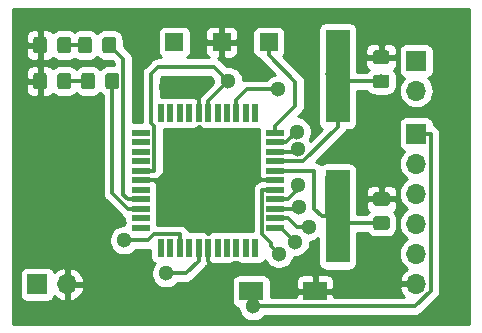
<source format=gbr>
G04 #@! TF.GenerationSoftware,KiCad,Pcbnew,(5.0.2)-1*
G04 #@! TF.CreationDate,2019-10-30T16:47:08+01:00*
G04 #@! TF.ProjectId,pcb_thesis,7063625f-7468-4657-9369-732e6b696361,rev?*
G04 #@! TF.SameCoordinates,Original*
G04 #@! TF.FileFunction,Copper,L1,Top*
G04 #@! TF.FilePolarity,Positive*
%FSLAX46Y46*%
G04 Gerber Fmt 4.6, Leading zero omitted, Abs format (unit mm)*
G04 Created by KiCad (PCBNEW (5.0.2)-1) date 30.10.2019 16:47:08*
%MOMM*%
%LPD*%
G01*
G04 APERTURE LIST*
G04 #@! TA.AperFunction,SMDPad,CuDef*
%ADD10R,1.500000X0.550000*%
G04 #@! TD*
G04 #@! TA.AperFunction,SMDPad,CuDef*
%ADD11R,0.550000X1.500000*%
G04 #@! TD*
G04 #@! TA.AperFunction,Conductor*
%ADD12C,0.100000*%
G04 #@! TD*
G04 #@! TA.AperFunction,SMDPad,CuDef*
%ADD13C,1.150000*%
G04 #@! TD*
G04 #@! TA.AperFunction,ComponentPad*
%ADD14R,1.700000X1.700000*%
G04 #@! TD*
G04 #@! TA.AperFunction,ComponentPad*
%ADD15O,1.700000X1.700000*%
G04 #@! TD*
G04 #@! TA.AperFunction,SMDPad,CuDef*
%ADD16R,2.000000X1.600000*%
G04 #@! TD*
G04 #@! TA.AperFunction,SMDPad,CuDef*
%ADD17R,1.524000X1.524000*%
G04 #@! TD*
G04 #@! TA.AperFunction,SMDPad,CuDef*
%ADD18R,2.000000X7.875000*%
G04 #@! TD*
G04 #@! TA.AperFunction,ViaPad*
%ADD19C,1.300000*%
G04 #@! TD*
G04 #@! TA.AperFunction,Conductor*
%ADD20C,0.350000*%
G04 #@! TD*
G04 #@! TA.AperFunction,Conductor*
%ADD21C,0.254000*%
G04 #@! TD*
G04 APERTURE END LIST*
D10*
G04 #@! TO.P,U1,1*
G04 #@! TO.N,Net-(J1-Pad4)*
X145908000Y-79184000D03*
G04 #@! TO.P,U1,2*
G04 #@! TO.N,Net-(J1-Pad3)*
X145908000Y-78384000D03*
G04 #@! TO.P,U1,3*
G04 #@! TO.N,Net-(J1-Pad2)*
X145908000Y-77584000D03*
G04 #@! TO.P,U1,4*
G04 #@! TO.N,/~RESET*
X145908000Y-76784000D03*
G04 #@! TO.P,U1,5*
G04 #@! TO.N,VCC*
X145908000Y-75984000D03*
G04 #@! TO.P,U1,6*
G04 #@! TO.N,GND*
X145908000Y-75184000D03*
G04 #@! TO.P,U1,7*
G04 #@! TO.N,Net-(C2-Pad2)*
X145908000Y-74384000D03*
G04 #@! TO.P,U1,8*
G04 #@! TO.N,Net-(C1-Pad2)*
X145908000Y-73584000D03*
G04 #@! TO.P,U1,9*
G04 #@! TO.N,Net-(J2-Pad2)*
X145908000Y-72784000D03*
G04 #@! TO.P,U1,10*
G04 #@! TO.N,Net-(J2-Pad1)*
X145908000Y-71984000D03*
G04 #@! TO.P,U1,11*
G04 #@! TO.N,Net-(SW3-Pad1)*
X145908000Y-71184000D03*
D11*
G04 #@! TO.P,U1,12*
G04 #@! TO.N,Net-(U1-Pad12)*
X144208000Y-69484000D03*
G04 #@! TO.P,U1,13*
G04 #@! TO.N,Net-(U1-Pad13)*
X143408000Y-69484000D03*
G04 #@! TO.P,U1,14*
G04 #@! TO.N,/PWM_M*
X142608000Y-69484000D03*
G04 #@! TO.P,U1,15*
G04 #@! TO.N,Net-(U1-Pad15)*
X141808000Y-69484000D03*
G04 #@! TO.P,U1,16*
G04 #@! TO.N,Net-(U1-Pad16)*
X141008000Y-69484000D03*
G04 #@! TO.P,U1,17*
G04 #@! TO.N,VCC*
X140208000Y-69484000D03*
G04 #@! TO.P,U1,18*
G04 #@! TO.N,GND*
X139408000Y-69484000D03*
G04 #@! TO.P,U1,19*
G04 #@! TO.N,Net-(U1-Pad19)*
X138608000Y-69484000D03*
G04 #@! TO.P,U1,20*
G04 #@! TO.N,Net-(U1-Pad20)*
X137808000Y-69484000D03*
G04 #@! TO.P,U1,21*
G04 #@! TO.N,Net-(U1-Pad21)*
X137008000Y-69484000D03*
G04 #@! TO.P,U1,22*
G04 #@! TO.N,Net-(U1-Pad22)*
X136208000Y-69484000D03*
D10*
G04 #@! TO.P,U1,23*
G04 #@! TO.N,Net-(U1-Pad23)*
X134508000Y-71184000D03*
G04 #@! TO.P,U1,24*
G04 #@! TO.N,Net-(U1-Pad24)*
X134508000Y-71984000D03*
G04 #@! TO.P,U1,25*
G04 #@! TO.N,Net-(U1-Pad25)*
X134508000Y-72784000D03*
G04 #@! TO.P,U1,26*
G04 #@! TO.N,Net-(U1-Pad26)*
X134508000Y-73584000D03*
G04 #@! TO.P,U1,27*
G04 #@! TO.N,VCC*
X134508000Y-74384000D03*
G04 #@! TO.P,U1,28*
G04 #@! TO.N,GND*
X134508000Y-75184000D03*
G04 #@! TO.P,U1,29*
G04 #@! TO.N,Net-(U1-Pad29)*
X134508000Y-75984000D03*
G04 #@! TO.P,U1,30*
G04 #@! TO.N,Net-(D2-Pad2)*
X134508000Y-76784000D03*
G04 #@! TO.P,U1,31*
G04 #@! TO.N,Net-(D1-Pad2)*
X134508000Y-77584000D03*
G04 #@! TO.P,U1,32*
G04 #@! TO.N,Net-(U1-Pad32)*
X134508000Y-78384000D03*
G04 #@! TO.P,U1,33*
G04 #@! TO.N,Net-(U1-Pad33)*
X134508000Y-79184000D03*
D11*
G04 #@! TO.P,U1,34*
G04 #@! TO.N,Net-(U1-Pad34)*
X136208000Y-80884000D03*
G04 #@! TO.P,U1,35*
G04 #@! TO.N,Net-(U1-Pad35)*
X137008000Y-80884000D03*
G04 #@! TO.P,U1,36*
G04 #@! TO.N,/VCC_half*
X137808000Y-80884000D03*
G04 #@! TO.P,U1,37*
G04 #@! TO.N,Net-(U1-Pad37)*
X138608000Y-80884000D03*
G04 #@! TO.P,U1,38*
G04 #@! TO.N,VCC*
X139408000Y-80884000D03*
G04 #@! TO.P,U1,39*
G04 #@! TO.N,GND*
X140208000Y-80884000D03*
G04 #@! TO.P,U1,40*
G04 #@! TO.N,Net-(U1-Pad40)*
X141008000Y-80884000D03*
G04 #@! TO.P,U1,41*
G04 #@! TO.N,Net-(U1-Pad41)*
X141808000Y-80884000D03*
G04 #@! TO.P,U1,42*
G04 #@! TO.N,Net-(U1-Pad42)*
X142608000Y-80884000D03*
G04 #@! TO.P,U1,43*
G04 #@! TO.N,Net-(U1-Pad43)*
X143408000Y-80884000D03*
G04 #@! TO.P,U1,44*
G04 #@! TO.N,Net-(U1-Pad44)*
X144208000Y-80884000D03*
G04 #@! TD*
D12*
G04 #@! TO.N,GND*
G04 #@! TO.C,C1*
G36*
X155334505Y-64181204D02*
X155358773Y-64184804D01*
X155382572Y-64190765D01*
X155405671Y-64199030D01*
X155427850Y-64209520D01*
X155448893Y-64222132D01*
X155468599Y-64236747D01*
X155486777Y-64253223D01*
X155503253Y-64271401D01*
X155517868Y-64291107D01*
X155530480Y-64312150D01*
X155540970Y-64334329D01*
X155549235Y-64357428D01*
X155555196Y-64381227D01*
X155558796Y-64405495D01*
X155560000Y-64429999D01*
X155560000Y-65080001D01*
X155558796Y-65104505D01*
X155555196Y-65128773D01*
X155549235Y-65152572D01*
X155540970Y-65175671D01*
X155530480Y-65197850D01*
X155517868Y-65218893D01*
X155503253Y-65238599D01*
X155486777Y-65256777D01*
X155468599Y-65273253D01*
X155448893Y-65287868D01*
X155427850Y-65300480D01*
X155405671Y-65310970D01*
X155382572Y-65319235D01*
X155358773Y-65325196D01*
X155334505Y-65328796D01*
X155310001Y-65330000D01*
X154409999Y-65330000D01*
X154385495Y-65328796D01*
X154361227Y-65325196D01*
X154337428Y-65319235D01*
X154314329Y-65310970D01*
X154292150Y-65300480D01*
X154271107Y-65287868D01*
X154251401Y-65273253D01*
X154233223Y-65256777D01*
X154216747Y-65238599D01*
X154202132Y-65218893D01*
X154189520Y-65197850D01*
X154179030Y-65175671D01*
X154170765Y-65152572D01*
X154164804Y-65128773D01*
X154161204Y-65104505D01*
X154160000Y-65080001D01*
X154160000Y-64429999D01*
X154161204Y-64405495D01*
X154164804Y-64381227D01*
X154170765Y-64357428D01*
X154179030Y-64334329D01*
X154189520Y-64312150D01*
X154202132Y-64291107D01*
X154216747Y-64271401D01*
X154233223Y-64253223D01*
X154251401Y-64236747D01*
X154271107Y-64222132D01*
X154292150Y-64209520D01*
X154314329Y-64199030D01*
X154337428Y-64190765D01*
X154361227Y-64184804D01*
X154385495Y-64181204D01*
X154409999Y-64180000D01*
X155310001Y-64180000D01*
X155334505Y-64181204D01*
X155334505Y-64181204D01*
G37*
D13*
G04 #@! TD*
G04 #@! TO.P,C1,1*
G04 #@! TO.N,GND*
X154860000Y-64755000D03*
D12*
G04 #@! TO.N,Net-(C1-Pad2)*
G04 #@! TO.C,C1*
G36*
X155334505Y-66231204D02*
X155358773Y-66234804D01*
X155382572Y-66240765D01*
X155405671Y-66249030D01*
X155427850Y-66259520D01*
X155448893Y-66272132D01*
X155468599Y-66286747D01*
X155486777Y-66303223D01*
X155503253Y-66321401D01*
X155517868Y-66341107D01*
X155530480Y-66362150D01*
X155540970Y-66384329D01*
X155549235Y-66407428D01*
X155555196Y-66431227D01*
X155558796Y-66455495D01*
X155560000Y-66479999D01*
X155560000Y-67130001D01*
X155558796Y-67154505D01*
X155555196Y-67178773D01*
X155549235Y-67202572D01*
X155540970Y-67225671D01*
X155530480Y-67247850D01*
X155517868Y-67268893D01*
X155503253Y-67288599D01*
X155486777Y-67306777D01*
X155468599Y-67323253D01*
X155448893Y-67337868D01*
X155427850Y-67350480D01*
X155405671Y-67360970D01*
X155382572Y-67369235D01*
X155358773Y-67375196D01*
X155334505Y-67378796D01*
X155310001Y-67380000D01*
X154409999Y-67380000D01*
X154385495Y-67378796D01*
X154361227Y-67375196D01*
X154337428Y-67369235D01*
X154314329Y-67360970D01*
X154292150Y-67350480D01*
X154271107Y-67337868D01*
X154251401Y-67323253D01*
X154233223Y-67306777D01*
X154216747Y-67288599D01*
X154202132Y-67268893D01*
X154189520Y-67247850D01*
X154179030Y-67225671D01*
X154170765Y-67202572D01*
X154164804Y-67178773D01*
X154161204Y-67154505D01*
X154160000Y-67130001D01*
X154160000Y-66479999D01*
X154161204Y-66455495D01*
X154164804Y-66431227D01*
X154170765Y-66407428D01*
X154179030Y-66384329D01*
X154189520Y-66362150D01*
X154202132Y-66341107D01*
X154216747Y-66321401D01*
X154233223Y-66303223D01*
X154251401Y-66286747D01*
X154271107Y-66272132D01*
X154292150Y-66259520D01*
X154314329Y-66249030D01*
X154337428Y-66240765D01*
X154361227Y-66234804D01*
X154385495Y-66231204D01*
X154409999Y-66230000D01*
X155310001Y-66230000D01*
X155334505Y-66231204D01*
X155334505Y-66231204D01*
G37*
D13*
G04 #@! TD*
G04 #@! TO.P,C1,2*
G04 #@! TO.N,Net-(C1-Pad2)*
X154860000Y-66805000D03*
D12*
G04 #@! TO.N,Net-(C2-Pad2)*
G04 #@! TO.C,C2*
G36*
X155354505Y-78241204D02*
X155378773Y-78244804D01*
X155402572Y-78250765D01*
X155425671Y-78259030D01*
X155447850Y-78269520D01*
X155468893Y-78282132D01*
X155488599Y-78296747D01*
X155506777Y-78313223D01*
X155523253Y-78331401D01*
X155537868Y-78351107D01*
X155550480Y-78372150D01*
X155560970Y-78394329D01*
X155569235Y-78417428D01*
X155575196Y-78441227D01*
X155578796Y-78465495D01*
X155580000Y-78489999D01*
X155580000Y-79140001D01*
X155578796Y-79164505D01*
X155575196Y-79188773D01*
X155569235Y-79212572D01*
X155560970Y-79235671D01*
X155550480Y-79257850D01*
X155537868Y-79278893D01*
X155523253Y-79298599D01*
X155506777Y-79316777D01*
X155488599Y-79333253D01*
X155468893Y-79347868D01*
X155447850Y-79360480D01*
X155425671Y-79370970D01*
X155402572Y-79379235D01*
X155378773Y-79385196D01*
X155354505Y-79388796D01*
X155330001Y-79390000D01*
X154429999Y-79390000D01*
X154405495Y-79388796D01*
X154381227Y-79385196D01*
X154357428Y-79379235D01*
X154334329Y-79370970D01*
X154312150Y-79360480D01*
X154291107Y-79347868D01*
X154271401Y-79333253D01*
X154253223Y-79316777D01*
X154236747Y-79298599D01*
X154222132Y-79278893D01*
X154209520Y-79257850D01*
X154199030Y-79235671D01*
X154190765Y-79212572D01*
X154184804Y-79188773D01*
X154181204Y-79164505D01*
X154180000Y-79140001D01*
X154180000Y-78489999D01*
X154181204Y-78465495D01*
X154184804Y-78441227D01*
X154190765Y-78417428D01*
X154199030Y-78394329D01*
X154209520Y-78372150D01*
X154222132Y-78351107D01*
X154236747Y-78331401D01*
X154253223Y-78313223D01*
X154271401Y-78296747D01*
X154291107Y-78282132D01*
X154312150Y-78269520D01*
X154334329Y-78259030D01*
X154357428Y-78250765D01*
X154381227Y-78244804D01*
X154405495Y-78241204D01*
X154429999Y-78240000D01*
X155330001Y-78240000D01*
X155354505Y-78241204D01*
X155354505Y-78241204D01*
G37*
D13*
G04 #@! TD*
G04 #@! TO.P,C2,2*
G04 #@! TO.N,Net-(C2-Pad2)*
X154880000Y-78815000D03*
D12*
G04 #@! TO.N,GND*
G04 #@! TO.C,C2*
G36*
X155354505Y-76191204D02*
X155378773Y-76194804D01*
X155402572Y-76200765D01*
X155425671Y-76209030D01*
X155447850Y-76219520D01*
X155468893Y-76232132D01*
X155488599Y-76246747D01*
X155506777Y-76263223D01*
X155523253Y-76281401D01*
X155537868Y-76301107D01*
X155550480Y-76322150D01*
X155560970Y-76344329D01*
X155569235Y-76367428D01*
X155575196Y-76391227D01*
X155578796Y-76415495D01*
X155580000Y-76439999D01*
X155580000Y-77090001D01*
X155578796Y-77114505D01*
X155575196Y-77138773D01*
X155569235Y-77162572D01*
X155560970Y-77185671D01*
X155550480Y-77207850D01*
X155537868Y-77228893D01*
X155523253Y-77248599D01*
X155506777Y-77266777D01*
X155488599Y-77283253D01*
X155468893Y-77297868D01*
X155447850Y-77310480D01*
X155425671Y-77320970D01*
X155402572Y-77329235D01*
X155378773Y-77335196D01*
X155354505Y-77338796D01*
X155330001Y-77340000D01*
X154429999Y-77340000D01*
X154405495Y-77338796D01*
X154381227Y-77335196D01*
X154357428Y-77329235D01*
X154334329Y-77320970D01*
X154312150Y-77310480D01*
X154291107Y-77297868D01*
X154271401Y-77283253D01*
X154253223Y-77266777D01*
X154236747Y-77248599D01*
X154222132Y-77228893D01*
X154209520Y-77207850D01*
X154199030Y-77185671D01*
X154190765Y-77162572D01*
X154184804Y-77138773D01*
X154181204Y-77114505D01*
X154180000Y-77090001D01*
X154180000Y-76439999D01*
X154181204Y-76415495D01*
X154184804Y-76391227D01*
X154190765Y-76367428D01*
X154199030Y-76344329D01*
X154209520Y-76322150D01*
X154222132Y-76301107D01*
X154236747Y-76281401D01*
X154253223Y-76263223D01*
X154271401Y-76246747D01*
X154291107Y-76232132D01*
X154312150Y-76219520D01*
X154334329Y-76209030D01*
X154357428Y-76200765D01*
X154381227Y-76194804D01*
X154405495Y-76191204D01*
X154429999Y-76190000D01*
X155330001Y-76190000D01*
X155354505Y-76191204D01*
X155354505Y-76191204D01*
G37*
D13*
G04 #@! TD*
G04 #@! TO.P,C2,1*
G04 #@! TO.N,GND*
X154880000Y-76765000D03*
D12*
G04 #@! TO.N,Net-(D1-Pad1)*
G04 #@! TO.C,D1*
G36*
X130388505Y-66087204D02*
X130412773Y-66090804D01*
X130436572Y-66096765D01*
X130459671Y-66105030D01*
X130481850Y-66115520D01*
X130502893Y-66128132D01*
X130522599Y-66142747D01*
X130540777Y-66159223D01*
X130557253Y-66177401D01*
X130571868Y-66197107D01*
X130584480Y-66218150D01*
X130594970Y-66240329D01*
X130603235Y-66263428D01*
X130609196Y-66287227D01*
X130612796Y-66311495D01*
X130614000Y-66335999D01*
X130614000Y-67236001D01*
X130612796Y-67260505D01*
X130609196Y-67284773D01*
X130603235Y-67308572D01*
X130594970Y-67331671D01*
X130584480Y-67353850D01*
X130571868Y-67374893D01*
X130557253Y-67394599D01*
X130540777Y-67412777D01*
X130522599Y-67429253D01*
X130502893Y-67443868D01*
X130481850Y-67456480D01*
X130459671Y-67466970D01*
X130436572Y-67475235D01*
X130412773Y-67481196D01*
X130388505Y-67484796D01*
X130364001Y-67486000D01*
X129713999Y-67486000D01*
X129689495Y-67484796D01*
X129665227Y-67481196D01*
X129641428Y-67475235D01*
X129618329Y-67466970D01*
X129596150Y-67456480D01*
X129575107Y-67443868D01*
X129555401Y-67429253D01*
X129537223Y-67412777D01*
X129520747Y-67394599D01*
X129506132Y-67374893D01*
X129493520Y-67353850D01*
X129483030Y-67331671D01*
X129474765Y-67308572D01*
X129468804Y-67284773D01*
X129465204Y-67260505D01*
X129464000Y-67236001D01*
X129464000Y-66335999D01*
X129465204Y-66311495D01*
X129468804Y-66287227D01*
X129474765Y-66263428D01*
X129483030Y-66240329D01*
X129493520Y-66218150D01*
X129506132Y-66197107D01*
X129520747Y-66177401D01*
X129537223Y-66159223D01*
X129555401Y-66142747D01*
X129575107Y-66128132D01*
X129596150Y-66115520D01*
X129618329Y-66105030D01*
X129641428Y-66096765D01*
X129665227Y-66090804D01*
X129689495Y-66087204D01*
X129713999Y-66086000D01*
X130364001Y-66086000D01*
X130388505Y-66087204D01*
X130388505Y-66087204D01*
G37*
D13*
G04 #@! TD*
G04 #@! TO.P,D1,1*
G04 #@! TO.N,Net-(D1-Pad1)*
X130039000Y-66786000D03*
D12*
G04 #@! TO.N,Net-(D1-Pad2)*
G04 #@! TO.C,D1*
G36*
X132438505Y-66087204D02*
X132462773Y-66090804D01*
X132486572Y-66096765D01*
X132509671Y-66105030D01*
X132531850Y-66115520D01*
X132552893Y-66128132D01*
X132572599Y-66142747D01*
X132590777Y-66159223D01*
X132607253Y-66177401D01*
X132621868Y-66197107D01*
X132634480Y-66218150D01*
X132644970Y-66240329D01*
X132653235Y-66263428D01*
X132659196Y-66287227D01*
X132662796Y-66311495D01*
X132664000Y-66335999D01*
X132664000Y-67236001D01*
X132662796Y-67260505D01*
X132659196Y-67284773D01*
X132653235Y-67308572D01*
X132644970Y-67331671D01*
X132634480Y-67353850D01*
X132621868Y-67374893D01*
X132607253Y-67394599D01*
X132590777Y-67412777D01*
X132572599Y-67429253D01*
X132552893Y-67443868D01*
X132531850Y-67456480D01*
X132509671Y-67466970D01*
X132486572Y-67475235D01*
X132462773Y-67481196D01*
X132438505Y-67484796D01*
X132414001Y-67486000D01*
X131763999Y-67486000D01*
X131739495Y-67484796D01*
X131715227Y-67481196D01*
X131691428Y-67475235D01*
X131668329Y-67466970D01*
X131646150Y-67456480D01*
X131625107Y-67443868D01*
X131605401Y-67429253D01*
X131587223Y-67412777D01*
X131570747Y-67394599D01*
X131556132Y-67374893D01*
X131543520Y-67353850D01*
X131533030Y-67331671D01*
X131524765Y-67308572D01*
X131518804Y-67284773D01*
X131515204Y-67260505D01*
X131514000Y-67236001D01*
X131514000Y-66335999D01*
X131515204Y-66311495D01*
X131518804Y-66287227D01*
X131524765Y-66263428D01*
X131533030Y-66240329D01*
X131543520Y-66218150D01*
X131556132Y-66197107D01*
X131570747Y-66177401D01*
X131587223Y-66159223D01*
X131605401Y-66142747D01*
X131625107Y-66128132D01*
X131646150Y-66115520D01*
X131668329Y-66105030D01*
X131691428Y-66096765D01*
X131715227Y-66090804D01*
X131739495Y-66087204D01*
X131763999Y-66086000D01*
X132414001Y-66086000D01*
X132438505Y-66087204D01*
X132438505Y-66087204D01*
G37*
D13*
G04 #@! TD*
G04 #@! TO.P,D1,2*
G04 #@! TO.N,Net-(D1-Pad2)*
X132089000Y-66786000D03*
D12*
G04 #@! TO.N,Net-(D2-Pad2)*
G04 #@! TO.C,D2*
G36*
X132184505Y-63039204D02*
X132208773Y-63042804D01*
X132232572Y-63048765D01*
X132255671Y-63057030D01*
X132277850Y-63067520D01*
X132298893Y-63080132D01*
X132318599Y-63094747D01*
X132336777Y-63111223D01*
X132353253Y-63129401D01*
X132367868Y-63149107D01*
X132380480Y-63170150D01*
X132390970Y-63192329D01*
X132399235Y-63215428D01*
X132405196Y-63239227D01*
X132408796Y-63263495D01*
X132410000Y-63287999D01*
X132410000Y-64188001D01*
X132408796Y-64212505D01*
X132405196Y-64236773D01*
X132399235Y-64260572D01*
X132390970Y-64283671D01*
X132380480Y-64305850D01*
X132367868Y-64326893D01*
X132353253Y-64346599D01*
X132336777Y-64364777D01*
X132318599Y-64381253D01*
X132298893Y-64395868D01*
X132277850Y-64408480D01*
X132255671Y-64418970D01*
X132232572Y-64427235D01*
X132208773Y-64433196D01*
X132184505Y-64436796D01*
X132160001Y-64438000D01*
X131509999Y-64438000D01*
X131485495Y-64436796D01*
X131461227Y-64433196D01*
X131437428Y-64427235D01*
X131414329Y-64418970D01*
X131392150Y-64408480D01*
X131371107Y-64395868D01*
X131351401Y-64381253D01*
X131333223Y-64364777D01*
X131316747Y-64346599D01*
X131302132Y-64326893D01*
X131289520Y-64305850D01*
X131279030Y-64283671D01*
X131270765Y-64260572D01*
X131264804Y-64236773D01*
X131261204Y-64212505D01*
X131260000Y-64188001D01*
X131260000Y-63287999D01*
X131261204Y-63263495D01*
X131264804Y-63239227D01*
X131270765Y-63215428D01*
X131279030Y-63192329D01*
X131289520Y-63170150D01*
X131302132Y-63149107D01*
X131316747Y-63129401D01*
X131333223Y-63111223D01*
X131351401Y-63094747D01*
X131371107Y-63080132D01*
X131392150Y-63067520D01*
X131414329Y-63057030D01*
X131437428Y-63048765D01*
X131461227Y-63042804D01*
X131485495Y-63039204D01*
X131509999Y-63038000D01*
X132160001Y-63038000D01*
X132184505Y-63039204D01*
X132184505Y-63039204D01*
G37*
D13*
G04 #@! TD*
G04 #@! TO.P,D2,2*
G04 #@! TO.N,Net-(D2-Pad2)*
X131835000Y-63738000D03*
D12*
G04 #@! TO.N,Net-(D2-Pad1)*
G04 #@! TO.C,D2*
G36*
X130134505Y-63039204D02*
X130158773Y-63042804D01*
X130182572Y-63048765D01*
X130205671Y-63057030D01*
X130227850Y-63067520D01*
X130248893Y-63080132D01*
X130268599Y-63094747D01*
X130286777Y-63111223D01*
X130303253Y-63129401D01*
X130317868Y-63149107D01*
X130330480Y-63170150D01*
X130340970Y-63192329D01*
X130349235Y-63215428D01*
X130355196Y-63239227D01*
X130358796Y-63263495D01*
X130360000Y-63287999D01*
X130360000Y-64188001D01*
X130358796Y-64212505D01*
X130355196Y-64236773D01*
X130349235Y-64260572D01*
X130340970Y-64283671D01*
X130330480Y-64305850D01*
X130317868Y-64326893D01*
X130303253Y-64346599D01*
X130286777Y-64364777D01*
X130268599Y-64381253D01*
X130248893Y-64395868D01*
X130227850Y-64408480D01*
X130205671Y-64418970D01*
X130182572Y-64427235D01*
X130158773Y-64433196D01*
X130134505Y-64436796D01*
X130110001Y-64438000D01*
X129459999Y-64438000D01*
X129435495Y-64436796D01*
X129411227Y-64433196D01*
X129387428Y-64427235D01*
X129364329Y-64418970D01*
X129342150Y-64408480D01*
X129321107Y-64395868D01*
X129301401Y-64381253D01*
X129283223Y-64364777D01*
X129266747Y-64346599D01*
X129252132Y-64326893D01*
X129239520Y-64305850D01*
X129229030Y-64283671D01*
X129220765Y-64260572D01*
X129214804Y-64236773D01*
X129211204Y-64212505D01*
X129210000Y-64188001D01*
X129210000Y-63287999D01*
X129211204Y-63263495D01*
X129214804Y-63239227D01*
X129220765Y-63215428D01*
X129229030Y-63192329D01*
X129239520Y-63170150D01*
X129252132Y-63149107D01*
X129266747Y-63129401D01*
X129283223Y-63111223D01*
X129301401Y-63094747D01*
X129321107Y-63080132D01*
X129342150Y-63067520D01*
X129364329Y-63057030D01*
X129387428Y-63048765D01*
X129411227Y-63042804D01*
X129435495Y-63039204D01*
X129459999Y-63038000D01*
X130110001Y-63038000D01*
X130134505Y-63039204D01*
X130134505Y-63039204D01*
G37*
D13*
G04 #@! TD*
G04 #@! TO.P,D2,1*
G04 #@! TO.N,Net-(D2-Pad1)*
X129785000Y-63738000D03*
D14*
G04 #@! TO.P,J1,1*
G04 #@! TO.N,/~RESET*
X157820000Y-71250000D03*
D15*
G04 #@! TO.P,J1,2*
G04 #@! TO.N,Net-(J1-Pad2)*
X157820000Y-73790000D03*
G04 #@! TO.P,J1,3*
G04 #@! TO.N,Net-(J1-Pad3)*
X157820000Y-76330000D03*
G04 #@! TO.P,J1,4*
G04 #@! TO.N,Net-(J1-Pad4)*
X157820000Y-78870000D03*
G04 #@! TO.P,J1,5*
G04 #@! TO.N,VCC*
X157820000Y-81410000D03*
G04 #@! TO.P,J1,6*
G04 #@! TO.N,GND*
X157820000Y-83950000D03*
G04 #@! TD*
G04 #@! TO.P,J2,2*
G04 #@! TO.N,Net-(J2-Pad2)*
X157820000Y-67610000D03*
D14*
G04 #@! TO.P,J2,1*
G04 #@! TO.N,Net-(J2-Pad1)*
X157820000Y-65070000D03*
G04 #@! TD*
G04 #@! TO.P,J3,1*
G04 #@! TO.N,Net-(D5-Pad1)*
X125730000Y-84000000D03*
D15*
G04 #@! TO.P,J3,2*
G04 #@! TO.N,GND*
X128270000Y-84000000D03*
G04 #@! TD*
D12*
G04 #@! TO.N,Net-(D1-Pad1)*
G04 #@! TO.C,R2*
G36*
X128374505Y-66087204D02*
X128398773Y-66090804D01*
X128422572Y-66096765D01*
X128445671Y-66105030D01*
X128467850Y-66115520D01*
X128488893Y-66128132D01*
X128508599Y-66142747D01*
X128526777Y-66159223D01*
X128543253Y-66177401D01*
X128557868Y-66197107D01*
X128570480Y-66218150D01*
X128580970Y-66240329D01*
X128589235Y-66263428D01*
X128595196Y-66287227D01*
X128598796Y-66311495D01*
X128600000Y-66335999D01*
X128600000Y-67236001D01*
X128598796Y-67260505D01*
X128595196Y-67284773D01*
X128589235Y-67308572D01*
X128580970Y-67331671D01*
X128570480Y-67353850D01*
X128557868Y-67374893D01*
X128543253Y-67394599D01*
X128526777Y-67412777D01*
X128508599Y-67429253D01*
X128488893Y-67443868D01*
X128467850Y-67456480D01*
X128445671Y-67466970D01*
X128422572Y-67475235D01*
X128398773Y-67481196D01*
X128374505Y-67484796D01*
X128350001Y-67486000D01*
X127699999Y-67486000D01*
X127675495Y-67484796D01*
X127651227Y-67481196D01*
X127627428Y-67475235D01*
X127604329Y-67466970D01*
X127582150Y-67456480D01*
X127561107Y-67443868D01*
X127541401Y-67429253D01*
X127523223Y-67412777D01*
X127506747Y-67394599D01*
X127492132Y-67374893D01*
X127479520Y-67353850D01*
X127469030Y-67331671D01*
X127460765Y-67308572D01*
X127454804Y-67284773D01*
X127451204Y-67260505D01*
X127450000Y-67236001D01*
X127450000Y-66335999D01*
X127451204Y-66311495D01*
X127454804Y-66287227D01*
X127460765Y-66263428D01*
X127469030Y-66240329D01*
X127479520Y-66218150D01*
X127492132Y-66197107D01*
X127506747Y-66177401D01*
X127523223Y-66159223D01*
X127541401Y-66142747D01*
X127561107Y-66128132D01*
X127582150Y-66115520D01*
X127604329Y-66105030D01*
X127627428Y-66096765D01*
X127651227Y-66090804D01*
X127675495Y-66087204D01*
X127699999Y-66086000D01*
X128350001Y-66086000D01*
X128374505Y-66087204D01*
X128374505Y-66087204D01*
G37*
D13*
G04 #@! TD*
G04 #@! TO.P,R2,1*
G04 #@! TO.N,Net-(D1-Pad1)*
X128025000Y-66786000D03*
D12*
G04 #@! TO.N,GND*
G04 #@! TO.C,R2*
G36*
X126324505Y-66087204D02*
X126348773Y-66090804D01*
X126372572Y-66096765D01*
X126395671Y-66105030D01*
X126417850Y-66115520D01*
X126438893Y-66128132D01*
X126458599Y-66142747D01*
X126476777Y-66159223D01*
X126493253Y-66177401D01*
X126507868Y-66197107D01*
X126520480Y-66218150D01*
X126530970Y-66240329D01*
X126539235Y-66263428D01*
X126545196Y-66287227D01*
X126548796Y-66311495D01*
X126550000Y-66335999D01*
X126550000Y-67236001D01*
X126548796Y-67260505D01*
X126545196Y-67284773D01*
X126539235Y-67308572D01*
X126530970Y-67331671D01*
X126520480Y-67353850D01*
X126507868Y-67374893D01*
X126493253Y-67394599D01*
X126476777Y-67412777D01*
X126458599Y-67429253D01*
X126438893Y-67443868D01*
X126417850Y-67456480D01*
X126395671Y-67466970D01*
X126372572Y-67475235D01*
X126348773Y-67481196D01*
X126324505Y-67484796D01*
X126300001Y-67486000D01*
X125649999Y-67486000D01*
X125625495Y-67484796D01*
X125601227Y-67481196D01*
X125577428Y-67475235D01*
X125554329Y-67466970D01*
X125532150Y-67456480D01*
X125511107Y-67443868D01*
X125491401Y-67429253D01*
X125473223Y-67412777D01*
X125456747Y-67394599D01*
X125442132Y-67374893D01*
X125429520Y-67353850D01*
X125419030Y-67331671D01*
X125410765Y-67308572D01*
X125404804Y-67284773D01*
X125401204Y-67260505D01*
X125400000Y-67236001D01*
X125400000Y-66335999D01*
X125401204Y-66311495D01*
X125404804Y-66287227D01*
X125410765Y-66263428D01*
X125419030Y-66240329D01*
X125429520Y-66218150D01*
X125442132Y-66197107D01*
X125456747Y-66177401D01*
X125473223Y-66159223D01*
X125491401Y-66142747D01*
X125511107Y-66128132D01*
X125532150Y-66115520D01*
X125554329Y-66105030D01*
X125577428Y-66096765D01*
X125601227Y-66090804D01*
X125625495Y-66087204D01*
X125649999Y-66086000D01*
X126300001Y-66086000D01*
X126324505Y-66087204D01*
X126324505Y-66087204D01*
G37*
D13*
G04 #@! TD*
G04 #@! TO.P,R2,2*
G04 #@! TO.N,GND*
X125975000Y-66786000D03*
D12*
G04 #@! TO.N,Net-(D2-Pad1)*
G04 #@! TO.C,R3*
G36*
X128374505Y-63039204D02*
X128398773Y-63042804D01*
X128422572Y-63048765D01*
X128445671Y-63057030D01*
X128467850Y-63067520D01*
X128488893Y-63080132D01*
X128508599Y-63094747D01*
X128526777Y-63111223D01*
X128543253Y-63129401D01*
X128557868Y-63149107D01*
X128570480Y-63170150D01*
X128580970Y-63192329D01*
X128589235Y-63215428D01*
X128595196Y-63239227D01*
X128598796Y-63263495D01*
X128600000Y-63287999D01*
X128600000Y-64188001D01*
X128598796Y-64212505D01*
X128595196Y-64236773D01*
X128589235Y-64260572D01*
X128580970Y-64283671D01*
X128570480Y-64305850D01*
X128557868Y-64326893D01*
X128543253Y-64346599D01*
X128526777Y-64364777D01*
X128508599Y-64381253D01*
X128488893Y-64395868D01*
X128467850Y-64408480D01*
X128445671Y-64418970D01*
X128422572Y-64427235D01*
X128398773Y-64433196D01*
X128374505Y-64436796D01*
X128350001Y-64438000D01*
X127699999Y-64438000D01*
X127675495Y-64436796D01*
X127651227Y-64433196D01*
X127627428Y-64427235D01*
X127604329Y-64418970D01*
X127582150Y-64408480D01*
X127561107Y-64395868D01*
X127541401Y-64381253D01*
X127523223Y-64364777D01*
X127506747Y-64346599D01*
X127492132Y-64326893D01*
X127479520Y-64305850D01*
X127469030Y-64283671D01*
X127460765Y-64260572D01*
X127454804Y-64236773D01*
X127451204Y-64212505D01*
X127450000Y-64188001D01*
X127450000Y-63287999D01*
X127451204Y-63263495D01*
X127454804Y-63239227D01*
X127460765Y-63215428D01*
X127469030Y-63192329D01*
X127479520Y-63170150D01*
X127492132Y-63149107D01*
X127506747Y-63129401D01*
X127523223Y-63111223D01*
X127541401Y-63094747D01*
X127561107Y-63080132D01*
X127582150Y-63067520D01*
X127604329Y-63057030D01*
X127627428Y-63048765D01*
X127651227Y-63042804D01*
X127675495Y-63039204D01*
X127699999Y-63038000D01*
X128350001Y-63038000D01*
X128374505Y-63039204D01*
X128374505Y-63039204D01*
G37*
D13*
G04 #@! TD*
G04 #@! TO.P,R3,1*
G04 #@! TO.N,Net-(D2-Pad1)*
X128025000Y-63738000D03*
D12*
G04 #@! TO.N,GND*
G04 #@! TO.C,R3*
G36*
X126324505Y-63039204D02*
X126348773Y-63042804D01*
X126372572Y-63048765D01*
X126395671Y-63057030D01*
X126417850Y-63067520D01*
X126438893Y-63080132D01*
X126458599Y-63094747D01*
X126476777Y-63111223D01*
X126493253Y-63129401D01*
X126507868Y-63149107D01*
X126520480Y-63170150D01*
X126530970Y-63192329D01*
X126539235Y-63215428D01*
X126545196Y-63239227D01*
X126548796Y-63263495D01*
X126550000Y-63287999D01*
X126550000Y-64188001D01*
X126548796Y-64212505D01*
X126545196Y-64236773D01*
X126539235Y-64260572D01*
X126530970Y-64283671D01*
X126520480Y-64305850D01*
X126507868Y-64326893D01*
X126493253Y-64346599D01*
X126476777Y-64364777D01*
X126458599Y-64381253D01*
X126438893Y-64395868D01*
X126417850Y-64408480D01*
X126395671Y-64418970D01*
X126372572Y-64427235D01*
X126348773Y-64433196D01*
X126324505Y-64436796D01*
X126300001Y-64438000D01*
X125649999Y-64438000D01*
X125625495Y-64436796D01*
X125601227Y-64433196D01*
X125577428Y-64427235D01*
X125554329Y-64418970D01*
X125532150Y-64408480D01*
X125511107Y-64395868D01*
X125491401Y-64381253D01*
X125473223Y-64364777D01*
X125456747Y-64346599D01*
X125442132Y-64326893D01*
X125429520Y-64305850D01*
X125419030Y-64283671D01*
X125410765Y-64260572D01*
X125404804Y-64236773D01*
X125401204Y-64212505D01*
X125400000Y-64188001D01*
X125400000Y-63287999D01*
X125401204Y-63263495D01*
X125404804Y-63239227D01*
X125410765Y-63215428D01*
X125419030Y-63192329D01*
X125429520Y-63170150D01*
X125442132Y-63149107D01*
X125456747Y-63129401D01*
X125473223Y-63111223D01*
X125491401Y-63094747D01*
X125511107Y-63080132D01*
X125532150Y-63067520D01*
X125554329Y-63057030D01*
X125577428Y-63048765D01*
X125601227Y-63042804D01*
X125625495Y-63039204D01*
X125649999Y-63038000D01*
X126300001Y-63038000D01*
X126324505Y-63039204D01*
X126324505Y-63039204D01*
G37*
D13*
G04 #@! TD*
G04 #@! TO.P,R3,2*
G04 #@! TO.N,GND*
X125975000Y-63738000D03*
D16*
G04 #@! TO.P,SW1,2*
G04 #@! TO.N,/~RESET*
X143858000Y-84582000D03*
G04 #@! TO.P,SW1,1*
G04 #@! TO.N,GND*
X149258000Y-84582000D03*
G04 #@! TD*
D17*
G04 #@! TO.P,SW3,1*
G04 #@! TO.N,Net-(SW3-Pad1)*
X145350000Y-63480000D03*
G04 #@! TO.P,SW3,2*
G04 #@! TO.N,GND*
X141350000Y-63480000D03*
G04 #@! TO.P,SW3,3*
G04 #@! TO.N,N/C*
X137350000Y-63480000D03*
G04 #@! TD*
D18*
G04 #@! TO.P,Y1,1*
G04 #@! TO.N,Net-(C1-Pad2)*
X151170000Y-66372500D03*
G04 #@! TO.P,Y1,2*
G04 #@! TO.N,Net-(C2-Pad2)*
X151170000Y-78247500D03*
G04 #@! TD*
D19*
G04 #@! TO.N,GND*
X136652000Y-67310000D03*
X141732000Y-76708000D03*
X142600000Y-82600000D03*
X137427010Y-73695917D03*
G04 #@! TO.N,VCC*
X136652000Y-83058000D03*
X141908000Y-66802000D03*
X146200000Y-81410000D03*
G04 #@! TO.N,/~RESET*
X144018000Y-85852000D03*
X147841597Y-75604990D03*
G04 #@! TO.N,Net-(J1-Pad2)*
X147870000Y-77440000D03*
G04 #@! TO.N,Net-(J1-Pad3)*
X148710000Y-79100000D03*
G04 #@! TO.N,Net-(J1-Pad4)*
X147569000Y-80370000D03*
G04 #@! TO.N,Net-(J2-Pad2)*
X147801485Y-72558990D03*
G04 #@! TO.N,Net-(J2-Pad1)*
X147697403Y-71062593D03*
G04 #@! TO.N,/PWM_M*
X146140000Y-67480000D03*
G04 #@! TO.N,/VCC_half*
X133096000Y-80264000D03*
G04 #@! TD*
D20*
G04 #@! TO.N,GND*
X143256000Y-75184000D02*
X145908000Y-75184000D01*
X141732000Y-76708000D02*
X143256000Y-75184000D01*
X140208000Y-80884000D02*
X140208000Y-81984000D01*
X140824000Y-82600000D02*
X140208000Y-81984000D01*
X142600000Y-82600000D02*
X140824000Y-82600000D01*
X137571238Y-67310000D02*
X136652000Y-67310000D01*
X138334000Y-67310000D02*
X137571238Y-67310000D01*
X139408000Y-68384000D02*
X138334000Y-67310000D01*
X139408000Y-69484000D02*
X139408000Y-68384000D01*
X135938927Y-75184000D02*
X137427010Y-73695917D01*
X134508000Y-75184000D02*
X135938927Y-75184000D01*
G04 #@! TO.N,Net-(C1-Pad2)*
X150912500Y-66811000D02*
X150300000Y-66198500D01*
X151602500Y-66805000D02*
X151170000Y-66372500D01*
X154860000Y-66805000D02*
X151602500Y-66805000D01*
X145908000Y-73584000D02*
X148246000Y-73584000D01*
X148246000Y-73584000D02*
X151170000Y-70660000D01*
X151170000Y-70660000D02*
X151170000Y-66372500D01*
G04 #@! TO.N,Net-(C2-Pad2)*
X150300000Y-74900000D02*
X150300000Y-77837500D01*
X150300000Y-78073500D02*
X150300000Y-77676000D01*
X150300000Y-76640000D02*
X150300000Y-78073500D01*
X151737500Y-78815000D02*
X151170000Y-78247500D01*
X154880000Y-78815000D02*
X151737500Y-78815000D01*
X149820000Y-78247500D02*
X151170000Y-78247500D01*
X149184000Y-77611500D02*
X149820000Y-78247500D01*
X149184000Y-74384000D02*
X149184000Y-77611500D01*
X145908000Y-74384000D02*
X149184000Y-74384000D01*
G04 #@! TO.N,VCC*
X138334000Y-83058000D02*
X137217685Y-83058000D01*
X139408000Y-81984000D02*
X138334000Y-83058000D01*
X139408000Y-80884000D02*
X139408000Y-81984000D01*
X140208000Y-68502000D02*
X141908000Y-66802000D01*
X140208000Y-69484000D02*
X140208000Y-68502000D01*
X137217685Y-83058000D02*
X136652000Y-83058000D01*
X134508000Y-74384000D02*
X135608000Y-74384000D01*
X135608000Y-74384000D02*
X135633001Y-74358999D01*
X135633001Y-70609003D02*
X135382000Y-70358002D01*
X141508001Y-66402001D02*
X141908000Y-66802000D01*
X135633001Y-74358999D02*
X135633001Y-70609003D01*
X145550001Y-80760001D02*
X146200000Y-81410000D01*
X145550001Y-80525999D02*
X145550001Y-80760001D01*
X144782999Y-79758997D02*
X145550001Y-80525999D01*
X144782999Y-76009001D02*
X144782999Y-79758997D01*
X135382000Y-70358002D02*
X135382000Y-66168000D01*
X135382000Y-66168000D02*
X135960000Y-65590000D01*
X140696000Y-65590000D02*
X141908000Y-66802000D01*
X135960000Y-65590000D02*
X140696000Y-65590000D01*
X144808000Y-75984000D02*
X144782999Y-76009001D01*
X145908000Y-75984000D02*
X144808000Y-75984000D01*
G04 #@! TO.N,Net-(D1-Pad1)*
X130039000Y-66786000D02*
X128025000Y-66786000D01*
G04 #@! TO.N,Net-(D1-Pad2)*
X133408000Y-77584000D02*
X132089000Y-76265000D01*
X134508000Y-77584000D02*
X133408000Y-77584000D01*
X132089000Y-76265000D02*
X132089000Y-66786000D01*
G04 #@! TO.N,Net-(D2-Pad2)*
X133408000Y-76784000D02*
X133039010Y-76415010D01*
X134508000Y-76784000D02*
X133408000Y-76784000D01*
X133039010Y-64942010D02*
X131835000Y-63738000D01*
X133039010Y-76415010D02*
X133039010Y-64942010D01*
G04 #@! TO.N,Net-(D2-Pad1)*
X129785000Y-63738000D02*
X128025000Y-63738000D01*
G04 #@! TO.N,/~RESET*
X143858000Y-85692000D02*
X144018000Y-85852000D01*
X143858000Y-84582000D02*
X143858000Y-85692000D01*
X145908000Y-76784000D02*
X145988276Y-76703724D01*
X147008000Y-76784000D02*
X147841597Y-75950403D01*
X145908000Y-76784000D02*
X147008000Y-76784000D01*
X147841597Y-75950403D02*
X147841597Y-75604990D01*
X159020000Y-71250000D02*
X157820000Y-71250000D01*
X159045001Y-71275001D02*
X159020000Y-71250000D01*
X159045001Y-84538001D02*
X159045001Y-71275001D01*
X157731002Y-85852000D02*
X159045001Y-84538001D01*
X144018000Y-85852000D02*
X157731002Y-85852000D01*
G04 #@! TO.N,Net-(J1-Pad2)*
X147536000Y-77584000D02*
X147850000Y-77270000D01*
X147726000Y-77584000D02*
X147870000Y-77440000D01*
X145908000Y-77584000D02*
X147726000Y-77584000D01*
G04 #@! TO.N,Net-(J1-Pad3)*
X147790762Y-79100000D02*
X148710000Y-79100000D01*
X147724000Y-79100000D02*
X147790762Y-79100000D01*
X147008000Y-78384000D02*
X147724000Y-79100000D01*
X145908000Y-78384000D02*
X147008000Y-78384000D01*
G04 #@! TO.N,Net-(J1-Pad4)*
X146383000Y-79184000D02*
X145908000Y-79184000D01*
X146383000Y-79184000D02*
X147569000Y-80370000D01*
X147569000Y-80370000D02*
X147569000Y-80370000D01*
G04 #@! TO.N,Net-(J2-Pad2)*
X145908000Y-72784000D02*
X147576475Y-72784000D01*
X147576475Y-72784000D02*
X147801485Y-72558990D01*
G04 #@! TO.N,Net-(J2-Pad1)*
X145908000Y-71984000D02*
X146775996Y-71984000D01*
X147047404Y-71712592D02*
X147697403Y-71062593D01*
X146775996Y-71984000D02*
X147047404Y-71712592D01*
G04 #@! TO.N,/PWM_M*
X145220762Y-67480000D02*
X146140000Y-67480000D01*
X143512000Y-67480000D02*
X145220762Y-67480000D01*
X142608000Y-68384000D02*
X143512000Y-67480000D01*
X142608000Y-69484000D02*
X142608000Y-68384000D01*
G04 #@! TO.N,/VCC_half*
X135127998Y-80264000D02*
X134677685Y-80264000D01*
X135632999Y-79758999D02*
X135127998Y-80264000D01*
X137782999Y-79758999D02*
X135632999Y-79758999D01*
X137808000Y-79784000D02*
X137782999Y-79758999D01*
X137808000Y-80884000D02*
X137808000Y-79784000D01*
X134677685Y-80264000D02*
X133096000Y-80264000D01*
G04 #@! TO.N,Net-(SW3-Pad1)*
X145908000Y-63676000D02*
X145732000Y-63500000D01*
X145350000Y-64592000D02*
X147600000Y-66842000D01*
X145350000Y-63480000D02*
X145350000Y-64592000D01*
X145908000Y-70559000D02*
X145908000Y-71184000D01*
X147600000Y-68867000D02*
X145908000Y-70559000D01*
X147600000Y-66842000D02*
X147600000Y-68867000D01*
G04 #@! TD*
D21*
G04 #@! TO.N,GND*
G36*
X162315001Y-87315000D02*
X123685000Y-87315000D01*
X123685000Y-83150000D01*
X124241928Y-83150000D01*
X124241928Y-84850000D01*
X124254188Y-84974482D01*
X124290498Y-85094180D01*
X124349463Y-85204494D01*
X124428815Y-85301185D01*
X124525506Y-85380537D01*
X124635820Y-85439502D01*
X124755518Y-85475812D01*
X124880000Y-85488072D01*
X126580000Y-85488072D01*
X126704482Y-85475812D01*
X126824180Y-85439502D01*
X126934494Y-85380537D01*
X127031185Y-85301185D01*
X127110537Y-85204494D01*
X127169502Y-85094180D01*
X127193966Y-85013534D01*
X127269731Y-85097588D01*
X127503080Y-85271641D01*
X127765901Y-85396825D01*
X127913110Y-85441476D01*
X128143000Y-85320155D01*
X128143000Y-84127000D01*
X128397000Y-84127000D01*
X128397000Y-85320155D01*
X128626890Y-85441476D01*
X128774099Y-85396825D01*
X129036920Y-85271641D01*
X129270269Y-85097588D01*
X129465178Y-84881355D01*
X129614157Y-84631252D01*
X129711481Y-84356891D01*
X129590814Y-84127000D01*
X128397000Y-84127000D01*
X128143000Y-84127000D01*
X128123000Y-84127000D01*
X128123000Y-83873000D01*
X128143000Y-83873000D01*
X128143000Y-82679845D01*
X128397000Y-82679845D01*
X128397000Y-83873000D01*
X129590814Y-83873000D01*
X129711481Y-83643109D01*
X129614157Y-83368748D01*
X129465178Y-83118645D01*
X129270269Y-82902412D01*
X129036920Y-82728359D01*
X128774099Y-82603175D01*
X128626890Y-82558524D01*
X128397000Y-82679845D01*
X128143000Y-82679845D01*
X127913110Y-82558524D01*
X127765901Y-82603175D01*
X127503080Y-82728359D01*
X127269731Y-82902412D01*
X127193966Y-82986466D01*
X127169502Y-82905820D01*
X127110537Y-82795506D01*
X127031185Y-82698815D01*
X126934494Y-82619463D01*
X126824180Y-82560498D01*
X126704482Y-82524188D01*
X126580000Y-82511928D01*
X124880000Y-82511928D01*
X124755518Y-82524188D01*
X124635820Y-82560498D01*
X124525506Y-82619463D01*
X124428815Y-82698815D01*
X124349463Y-82795506D01*
X124290498Y-82905820D01*
X124254188Y-83025518D01*
X124241928Y-83150000D01*
X123685000Y-83150000D01*
X123685000Y-67071750D01*
X124765000Y-67071750D01*
X124765000Y-67548542D01*
X124789403Y-67671223D01*
X124837270Y-67786785D01*
X124906763Y-67890789D01*
X124995211Y-67979237D01*
X125099215Y-68048730D01*
X125214777Y-68096597D01*
X125337458Y-68121000D01*
X125689250Y-68121000D01*
X125848000Y-67962250D01*
X125848000Y-66913000D01*
X124923750Y-66913000D01*
X124765000Y-67071750D01*
X123685000Y-67071750D01*
X123685000Y-66023458D01*
X124765000Y-66023458D01*
X124765000Y-66500250D01*
X124923750Y-66659000D01*
X125848000Y-66659000D01*
X125848000Y-65609750D01*
X125689250Y-65451000D01*
X125337458Y-65451000D01*
X125214777Y-65475403D01*
X125099215Y-65523270D01*
X124995211Y-65592763D01*
X124906763Y-65681211D01*
X124837270Y-65785215D01*
X124789403Y-65900777D01*
X124765000Y-66023458D01*
X123685000Y-66023458D01*
X123685000Y-64023750D01*
X124765000Y-64023750D01*
X124765000Y-64500542D01*
X124789403Y-64623223D01*
X124837270Y-64738785D01*
X124906763Y-64842789D01*
X124995211Y-64931237D01*
X125099215Y-65000730D01*
X125214777Y-65048597D01*
X125337458Y-65073000D01*
X125689250Y-65073000D01*
X125848000Y-64914250D01*
X125848000Y-63865000D01*
X124923750Y-63865000D01*
X124765000Y-64023750D01*
X123685000Y-64023750D01*
X123685000Y-62975458D01*
X124765000Y-62975458D01*
X124765000Y-63452250D01*
X124923750Y-63611000D01*
X125848000Y-63611000D01*
X125848000Y-62561750D01*
X126102000Y-62561750D01*
X126102000Y-63611000D01*
X126122000Y-63611000D01*
X126122000Y-63865000D01*
X126102000Y-63865000D01*
X126102000Y-64914250D01*
X126260750Y-65073000D01*
X126612542Y-65073000D01*
X126735223Y-65048597D01*
X126850785Y-65000730D01*
X126954789Y-64931237D01*
X127043237Y-64842789D01*
X127066043Y-64808657D01*
X127072038Y-64815962D01*
X127206613Y-64926405D01*
X127360149Y-65008472D01*
X127526745Y-65059008D01*
X127699999Y-65076072D01*
X128350001Y-65076072D01*
X128523255Y-65059008D01*
X128689851Y-65008472D01*
X128843387Y-64926405D01*
X128905000Y-64875840D01*
X128966613Y-64926405D01*
X129120149Y-65008472D01*
X129286745Y-65059008D01*
X129459999Y-65076072D01*
X130110001Y-65076072D01*
X130283255Y-65059008D01*
X130449851Y-65008472D01*
X130603387Y-64926405D01*
X130737962Y-64815962D01*
X130810000Y-64728184D01*
X130882038Y-64815962D01*
X131016613Y-64926405D01*
X131170149Y-65008472D01*
X131336745Y-65059008D01*
X131509999Y-65076072D01*
X132027559Y-65076072D01*
X132229011Y-65277524D01*
X132229011Y-65447928D01*
X131763999Y-65447928D01*
X131590745Y-65464992D01*
X131424149Y-65515528D01*
X131270613Y-65597595D01*
X131136038Y-65708038D01*
X131064000Y-65795816D01*
X130991962Y-65708038D01*
X130857387Y-65597595D01*
X130703851Y-65515528D01*
X130537255Y-65464992D01*
X130364001Y-65447928D01*
X129713999Y-65447928D01*
X129540745Y-65464992D01*
X129374149Y-65515528D01*
X129220613Y-65597595D01*
X129086038Y-65708038D01*
X129032000Y-65773883D01*
X128977962Y-65708038D01*
X128843387Y-65597595D01*
X128689851Y-65515528D01*
X128523255Y-65464992D01*
X128350001Y-65447928D01*
X127699999Y-65447928D01*
X127526745Y-65464992D01*
X127360149Y-65515528D01*
X127206613Y-65597595D01*
X127072038Y-65708038D01*
X127066043Y-65715343D01*
X127043237Y-65681211D01*
X126954789Y-65592763D01*
X126850785Y-65523270D01*
X126735223Y-65475403D01*
X126612542Y-65451000D01*
X126260750Y-65451000D01*
X126102000Y-65609750D01*
X126102000Y-66659000D01*
X126122000Y-66659000D01*
X126122000Y-66913000D01*
X126102000Y-66913000D01*
X126102000Y-67962250D01*
X126260750Y-68121000D01*
X126612542Y-68121000D01*
X126735223Y-68096597D01*
X126850785Y-68048730D01*
X126954789Y-67979237D01*
X127043237Y-67890789D01*
X127066043Y-67856657D01*
X127072038Y-67863962D01*
X127206613Y-67974405D01*
X127360149Y-68056472D01*
X127526745Y-68107008D01*
X127699999Y-68124072D01*
X128350001Y-68124072D01*
X128523255Y-68107008D01*
X128689851Y-68056472D01*
X128843387Y-67974405D01*
X128977962Y-67863962D01*
X129032000Y-67798117D01*
X129086038Y-67863962D01*
X129220613Y-67974405D01*
X129374149Y-68056472D01*
X129540745Y-68107008D01*
X129713999Y-68124072D01*
X130364001Y-68124072D01*
X130537255Y-68107008D01*
X130703851Y-68056472D01*
X130857387Y-67974405D01*
X130991962Y-67863962D01*
X131064000Y-67776184D01*
X131136038Y-67863962D01*
X131270613Y-67974405D01*
X131279001Y-67978888D01*
X131279000Y-76225212D01*
X131275081Y-76265000D01*
X131279000Y-76304788D01*
X131279000Y-76304790D01*
X131290720Y-76423787D01*
X131337037Y-76576472D01*
X131364126Y-76627152D01*
X131412251Y-76717189D01*
X131427659Y-76735963D01*
X131513472Y-76840528D01*
X131544387Y-76865899D01*
X132807105Y-78128618D01*
X132832472Y-78159528D01*
X132898230Y-78213494D01*
X132955811Y-78260749D01*
X133096526Y-78335963D01*
X133119928Y-78343062D01*
X133119928Y-78659000D01*
X133132188Y-78783482D01*
X133132345Y-78784000D01*
X133132188Y-78784518D01*
X133119928Y-78909000D01*
X133119928Y-78979000D01*
X132969439Y-78979000D01*
X132721179Y-79028381D01*
X132487324Y-79125247D01*
X132276860Y-79265875D01*
X132097875Y-79444860D01*
X131957247Y-79655324D01*
X131860381Y-79889179D01*
X131811000Y-80137439D01*
X131811000Y-80390561D01*
X131860381Y-80638821D01*
X131957247Y-80872676D01*
X132097875Y-81083140D01*
X132276860Y-81262125D01*
X132487324Y-81402753D01*
X132721179Y-81499619D01*
X132969439Y-81549000D01*
X133222561Y-81549000D01*
X133470821Y-81499619D01*
X133704676Y-81402753D01*
X133915140Y-81262125D01*
X134094125Y-81083140D01*
X134100232Y-81074000D01*
X135088210Y-81074000D01*
X135127998Y-81077919D01*
X135167786Y-81074000D01*
X135167789Y-81074000D01*
X135286786Y-81062280D01*
X135294928Y-81059810D01*
X135294928Y-81634000D01*
X135307188Y-81758482D01*
X135343498Y-81878180D01*
X135402463Y-81988494D01*
X135481815Y-82085185D01*
X135578506Y-82164537D01*
X135676056Y-82216679D01*
X135653875Y-82238860D01*
X135513247Y-82449324D01*
X135416381Y-82683179D01*
X135367000Y-82931439D01*
X135367000Y-83184561D01*
X135416381Y-83432821D01*
X135513247Y-83666676D01*
X135653875Y-83877140D01*
X135832860Y-84056125D01*
X136043324Y-84196753D01*
X136277179Y-84293619D01*
X136525439Y-84343000D01*
X136778561Y-84343000D01*
X137026821Y-84293619D01*
X137260676Y-84196753D01*
X137471140Y-84056125D01*
X137650125Y-83877140D01*
X137656232Y-83868000D01*
X138294212Y-83868000D01*
X138334000Y-83871919D01*
X138373788Y-83868000D01*
X138373791Y-83868000D01*
X138492788Y-83856280D01*
X138645473Y-83809963D01*
X138697788Y-83782000D01*
X142219928Y-83782000D01*
X142219928Y-85382000D01*
X142232188Y-85506482D01*
X142268498Y-85626180D01*
X142327463Y-85736494D01*
X142406815Y-85833185D01*
X142503506Y-85912537D01*
X142613820Y-85971502D01*
X142733518Y-86007812D01*
X142738924Y-86008344D01*
X142782381Y-86226821D01*
X142879247Y-86460676D01*
X143019875Y-86671140D01*
X143198860Y-86850125D01*
X143409324Y-86990753D01*
X143643179Y-87087619D01*
X143891439Y-87137000D01*
X144144561Y-87137000D01*
X144392821Y-87087619D01*
X144626676Y-86990753D01*
X144837140Y-86850125D01*
X145016125Y-86671140D01*
X145022232Y-86662000D01*
X157691214Y-86662000D01*
X157731002Y-86665919D01*
X157770790Y-86662000D01*
X157770793Y-86662000D01*
X157889790Y-86650280D01*
X158042475Y-86603963D01*
X158183191Y-86528749D01*
X158306530Y-86427528D01*
X158331901Y-86396613D01*
X159589620Y-85138895D01*
X159620529Y-85113529D01*
X159686732Y-85032860D01*
X159721750Y-84990191D01*
X159761952Y-84914977D01*
X159796964Y-84849474D01*
X159843281Y-84696789D01*
X159855001Y-84577792D01*
X159855001Y-84577790D01*
X159858920Y-84538002D01*
X159855001Y-84498214D01*
X159855001Y-71314789D01*
X159858920Y-71275001D01*
X159853639Y-71221382D01*
X159843281Y-71116213D01*
X159796964Y-70963528D01*
X159721750Y-70822812D01*
X159620529Y-70699473D01*
X159606797Y-70688204D01*
X159595528Y-70674472D01*
X159472189Y-70573251D01*
X159331473Y-70498037D01*
X159308072Y-70490938D01*
X159308072Y-70400000D01*
X159295812Y-70275518D01*
X159259502Y-70155820D01*
X159200537Y-70045506D01*
X159121185Y-69948815D01*
X159024494Y-69869463D01*
X158914180Y-69810498D01*
X158794482Y-69774188D01*
X158670000Y-69761928D01*
X156970000Y-69761928D01*
X156845518Y-69774188D01*
X156725820Y-69810498D01*
X156615506Y-69869463D01*
X156518815Y-69948815D01*
X156439463Y-70045506D01*
X156380498Y-70155820D01*
X156344188Y-70275518D01*
X156331928Y-70400000D01*
X156331928Y-72100000D01*
X156344188Y-72224482D01*
X156380498Y-72344180D01*
X156439463Y-72454494D01*
X156518815Y-72551185D01*
X156615506Y-72630537D01*
X156725820Y-72689502D01*
X156794687Y-72710393D01*
X156764866Y-72734866D01*
X156579294Y-72960986D01*
X156441401Y-73218966D01*
X156356487Y-73498889D01*
X156327815Y-73790000D01*
X156356487Y-74081111D01*
X156441401Y-74361034D01*
X156579294Y-74619014D01*
X156764866Y-74845134D01*
X156990986Y-75030706D01*
X157045791Y-75060000D01*
X156990986Y-75089294D01*
X156764866Y-75274866D01*
X156579294Y-75500986D01*
X156441401Y-75758966D01*
X156356487Y-76038889D01*
X156327815Y-76330000D01*
X156356487Y-76621111D01*
X156441401Y-76901034D01*
X156579294Y-77159014D01*
X156764866Y-77385134D01*
X156990986Y-77570706D01*
X157045791Y-77600000D01*
X156990986Y-77629294D01*
X156764866Y-77814866D01*
X156579294Y-78040986D01*
X156441401Y-78298966D01*
X156356487Y-78578889D01*
X156327815Y-78870000D01*
X156356487Y-79161111D01*
X156441401Y-79441034D01*
X156579294Y-79699014D01*
X156764866Y-79925134D01*
X156990986Y-80110706D01*
X157045791Y-80140000D01*
X156990986Y-80169294D01*
X156764866Y-80354866D01*
X156579294Y-80580986D01*
X156441401Y-80838966D01*
X156356487Y-81118889D01*
X156327815Y-81410000D01*
X156356487Y-81701111D01*
X156441401Y-81981034D01*
X156579294Y-82239014D01*
X156764866Y-82465134D01*
X156990986Y-82650706D01*
X157055523Y-82685201D01*
X156938645Y-82754822D01*
X156722412Y-82949731D01*
X156548359Y-83183080D01*
X156423175Y-83445901D01*
X156378524Y-83593110D01*
X156499845Y-83823000D01*
X157693000Y-83823000D01*
X157693000Y-83803000D01*
X157947000Y-83803000D01*
X157947000Y-83823000D01*
X157967000Y-83823000D01*
X157967000Y-84077000D01*
X157947000Y-84077000D01*
X157947000Y-84097000D01*
X157693000Y-84097000D01*
X157693000Y-84077000D01*
X156499845Y-84077000D01*
X156378524Y-84306890D01*
X156423175Y-84454099D01*
X156548359Y-84716920D01*
X156722412Y-84950269D01*
X156824179Y-85042000D01*
X150893000Y-85042000D01*
X150893000Y-84867750D01*
X150734250Y-84709000D01*
X149385000Y-84709000D01*
X149385000Y-84729000D01*
X149131000Y-84729000D01*
X149131000Y-84709000D01*
X147781750Y-84709000D01*
X147623000Y-84867750D01*
X147623000Y-85042000D01*
X145496072Y-85042000D01*
X145496072Y-83782000D01*
X145489913Y-83719458D01*
X147623000Y-83719458D01*
X147623000Y-84296250D01*
X147781750Y-84455000D01*
X149131000Y-84455000D01*
X149131000Y-83305750D01*
X149385000Y-83305750D01*
X149385000Y-84455000D01*
X150734250Y-84455000D01*
X150893000Y-84296250D01*
X150893000Y-83719458D01*
X150868597Y-83596777D01*
X150820730Y-83481215D01*
X150751237Y-83377211D01*
X150662789Y-83288763D01*
X150558785Y-83219270D01*
X150443223Y-83171403D01*
X150320542Y-83147000D01*
X149543750Y-83147000D01*
X149385000Y-83305750D01*
X149131000Y-83305750D01*
X148972250Y-83147000D01*
X148195458Y-83147000D01*
X148072777Y-83171403D01*
X147957215Y-83219270D01*
X147853211Y-83288763D01*
X147764763Y-83377211D01*
X147695270Y-83481215D01*
X147647403Y-83596777D01*
X147623000Y-83719458D01*
X145489913Y-83719458D01*
X145483812Y-83657518D01*
X145447502Y-83537820D01*
X145388537Y-83427506D01*
X145309185Y-83330815D01*
X145212494Y-83251463D01*
X145102180Y-83192498D01*
X144982482Y-83156188D01*
X144858000Y-83143928D01*
X142858000Y-83143928D01*
X142733518Y-83156188D01*
X142613820Y-83192498D01*
X142503506Y-83251463D01*
X142406815Y-83330815D01*
X142327463Y-83427506D01*
X142268498Y-83537820D01*
X142232188Y-83657518D01*
X142219928Y-83782000D01*
X138697788Y-83782000D01*
X138786189Y-83734749D01*
X138909528Y-83633528D01*
X138934899Y-83602613D01*
X139952618Y-82584895D01*
X139983528Y-82559528D01*
X140060995Y-82465134D01*
X140084749Y-82436190D01*
X140159962Y-82295474D01*
X140159963Y-82295473D01*
X140206280Y-82142788D01*
X140218000Y-82023791D01*
X140218000Y-82023789D01*
X140219439Y-82009179D01*
X140281815Y-82085185D01*
X140378506Y-82164537D01*
X140401667Y-82176917D01*
X140493750Y-82269000D01*
X140545542Y-82269000D01*
X140601870Y-82257795D01*
X140608518Y-82259812D01*
X140733000Y-82272072D01*
X141283000Y-82272072D01*
X141407482Y-82259812D01*
X141408000Y-82259655D01*
X141408518Y-82259812D01*
X141533000Y-82272072D01*
X142083000Y-82272072D01*
X142207482Y-82259812D01*
X142208000Y-82259655D01*
X142208518Y-82259812D01*
X142333000Y-82272072D01*
X142883000Y-82272072D01*
X143007482Y-82259812D01*
X143008000Y-82259655D01*
X143008518Y-82259812D01*
X143133000Y-82272072D01*
X143683000Y-82272072D01*
X143807482Y-82259812D01*
X143808000Y-82259655D01*
X143808518Y-82259812D01*
X143933000Y-82272072D01*
X144483000Y-82272072D01*
X144607482Y-82259812D01*
X144727180Y-82223502D01*
X144837494Y-82164537D01*
X144934185Y-82085185D01*
X145013537Y-81988494D01*
X145033373Y-81951383D01*
X145061247Y-82018676D01*
X145201875Y-82229140D01*
X145380860Y-82408125D01*
X145591324Y-82548753D01*
X145825179Y-82645619D01*
X146073439Y-82695000D01*
X146326561Y-82695000D01*
X146574821Y-82645619D01*
X146808676Y-82548753D01*
X147019140Y-82408125D01*
X147198125Y-82229140D01*
X147338753Y-82018676D01*
X147435619Y-81784821D01*
X147461441Y-81655000D01*
X147695561Y-81655000D01*
X147943821Y-81605619D01*
X148177676Y-81508753D01*
X148388140Y-81368125D01*
X148567125Y-81189140D01*
X148707753Y-80978676D01*
X148804619Y-80744821D01*
X148854000Y-80496561D01*
X148854000Y-80381531D01*
X149084821Y-80335619D01*
X149318676Y-80238753D01*
X149529140Y-80098125D01*
X149531928Y-80095337D01*
X149531928Y-82185000D01*
X149544188Y-82309482D01*
X149580498Y-82429180D01*
X149639463Y-82539494D01*
X149718815Y-82636185D01*
X149815506Y-82715537D01*
X149925820Y-82774502D01*
X150045518Y-82810812D01*
X150170000Y-82823072D01*
X152170000Y-82823072D01*
X152294482Y-82810812D01*
X152414180Y-82774502D01*
X152524494Y-82715537D01*
X152621185Y-82636185D01*
X152700537Y-82539494D01*
X152759502Y-82429180D01*
X152795812Y-82309482D01*
X152808072Y-82185000D01*
X152808072Y-79625000D01*
X153687112Y-79625000D01*
X153691595Y-79633387D01*
X153802038Y-79767962D01*
X153936613Y-79878405D01*
X154090149Y-79960472D01*
X154256745Y-80011008D01*
X154429999Y-80028072D01*
X155330001Y-80028072D01*
X155503255Y-80011008D01*
X155669851Y-79960472D01*
X155823387Y-79878405D01*
X155957962Y-79767962D01*
X156068405Y-79633387D01*
X156150472Y-79479851D01*
X156201008Y-79313255D01*
X156218072Y-79140001D01*
X156218072Y-78489999D01*
X156201008Y-78316745D01*
X156150472Y-78150149D01*
X156068405Y-77996613D01*
X155957962Y-77862038D01*
X155950657Y-77856043D01*
X155984789Y-77833237D01*
X156073237Y-77744789D01*
X156142730Y-77640785D01*
X156190597Y-77525223D01*
X156215000Y-77402542D01*
X156215000Y-77050750D01*
X156056250Y-76892000D01*
X155007000Y-76892000D01*
X155007000Y-76912000D01*
X154753000Y-76912000D01*
X154753000Y-76892000D01*
X153703750Y-76892000D01*
X153545000Y-77050750D01*
X153545000Y-77402542D01*
X153569403Y-77525223D01*
X153617270Y-77640785D01*
X153686763Y-77744789D01*
X153775211Y-77833237D01*
X153809343Y-77856043D01*
X153802038Y-77862038D01*
X153691595Y-77996613D01*
X153687112Y-78005000D01*
X152808072Y-78005000D01*
X152808072Y-76127458D01*
X153545000Y-76127458D01*
X153545000Y-76479250D01*
X153703750Y-76638000D01*
X154753000Y-76638000D01*
X154753000Y-75713750D01*
X155007000Y-75713750D01*
X155007000Y-76638000D01*
X156056250Y-76638000D01*
X156215000Y-76479250D01*
X156215000Y-76127458D01*
X156190597Y-76004777D01*
X156142730Y-75889215D01*
X156073237Y-75785211D01*
X155984789Y-75696763D01*
X155880785Y-75627270D01*
X155765223Y-75579403D01*
X155642542Y-75555000D01*
X155165750Y-75555000D01*
X155007000Y-75713750D01*
X154753000Y-75713750D01*
X154594250Y-75555000D01*
X154117458Y-75555000D01*
X153994777Y-75579403D01*
X153879215Y-75627270D01*
X153775211Y-75696763D01*
X153686763Y-75785211D01*
X153617270Y-75889215D01*
X153569403Y-76004777D01*
X153545000Y-76127458D01*
X152808072Y-76127458D01*
X152808072Y-74310000D01*
X152795812Y-74185518D01*
X152759502Y-74065820D01*
X152700537Y-73955506D01*
X152621185Y-73858815D01*
X152524494Y-73779463D01*
X152414180Y-73720498D01*
X152294482Y-73684188D01*
X152170000Y-73671928D01*
X150170000Y-73671928D01*
X150045518Y-73684188D01*
X149925820Y-73720498D01*
X149815506Y-73779463D01*
X149767831Y-73818589D01*
X149759528Y-73808472D01*
X149636189Y-73707251D01*
X149495473Y-73632037D01*
X149378852Y-73596660D01*
X151714619Y-71260894D01*
X151745528Y-71235528D01*
X151846749Y-71112189D01*
X151921963Y-70971473D01*
X151929062Y-70948072D01*
X152170000Y-70948072D01*
X152294482Y-70935812D01*
X152414180Y-70899502D01*
X152524494Y-70840537D01*
X152621185Y-70761185D01*
X152700537Y-70664494D01*
X152759502Y-70554180D01*
X152795812Y-70434482D01*
X152808072Y-70310000D01*
X152808072Y-67615000D01*
X153667112Y-67615000D01*
X153671595Y-67623387D01*
X153782038Y-67757962D01*
X153916613Y-67868405D01*
X154070149Y-67950472D01*
X154236745Y-68001008D01*
X154409999Y-68018072D01*
X155310001Y-68018072D01*
X155483255Y-68001008D01*
X155649851Y-67950472D01*
X155803387Y-67868405D01*
X155937962Y-67757962D01*
X156048405Y-67623387D01*
X156055560Y-67610000D01*
X156327815Y-67610000D01*
X156356487Y-67901111D01*
X156441401Y-68181034D01*
X156579294Y-68439014D01*
X156764866Y-68665134D01*
X156990986Y-68850706D01*
X157248966Y-68988599D01*
X157528889Y-69073513D01*
X157747050Y-69095000D01*
X157892950Y-69095000D01*
X158111111Y-69073513D01*
X158391034Y-68988599D01*
X158649014Y-68850706D01*
X158875134Y-68665134D01*
X159060706Y-68439014D01*
X159198599Y-68181034D01*
X159283513Y-67901111D01*
X159312185Y-67610000D01*
X159283513Y-67318889D01*
X159198599Y-67038966D01*
X159060706Y-66780986D01*
X158875134Y-66554866D01*
X158845313Y-66530393D01*
X158914180Y-66509502D01*
X159024494Y-66450537D01*
X159121185Y-66371185D01*
X159200537Y-66274494D01*
X159259502Y-66164180D01*
X159295812Y-66044482D01*
X159308072Y-65920000D01*
X159308072Y-64220000D01*
X159295812Y-64095518D01*
X159259502Y-63975820D01*
X159200537Y-63865506D01*
X159121185Y-63768815D01*
X159024494Y-63689463D01*
X158914180Y-63630498D01*
X158794482Y-63594188D01*
X158670000Y-63581928D01*
X156970000Y-63581928D01*
X156845518Y-63594188D01*
X156725820Y-63630498D01*
X156615506Y-63689463D01*
X156518815Y-63768815D01*
X156439463Y-63865506D01*
X156380498Y-63975820D01*
X156344188Y-64095518D01*
X156331928Y-64220000D01*
X156331928Y-65920000D01*
X156344188Y-66044482D01*
X156380498Y-66164180D01*
X156439463Y-66274494D01*
X156518815Y-66371185D01*
X156615506Y-66450537D01*
X156725820Y-66509502D01*
X156794687Y-66530393D01*
X156764866Y-66554866D01*
X156579294Y-66780986D01*
X156441401Y-67038966D01*
X156356487Y-67318889D01*
X156327815Y-67610000D01*
X156055560Y-67610000D01*
X156130472Y-67469851D01*
X156181008Y-67303255D01*
X156198072Y-67130001D01*
X156198072Y-66479999D01*
X156181008Y-66306745D01*
X156130472Y-66140149D01*
X156048405Y-65986613D01*
X155937962Y-65852038D01*
X155930657Y-65846043D01*
X155964789Y-65823237D01*
X156053237Y-65734789D01*
X156122730Y-65630785D01*
X156170597Y-65515223D01*
X156195000Y-65392542D01*
X156195000Y-65040750D01*
X156036250Y-64882000D01*
X154987000Y-64882000D01*
X154987000Y-64902000D01*
X154733000Y-64902000D01*
X154733000Y-64882000D01*
X153683750Y-64882000D01*
X153525000Y-65040750D01*
X153525000Y-65392542D01*
X153549403Y-65515223D01*
X153597270Y-65630785D01*
X153666763Y-65734789D01*
X153755211Y-65823237D01*
X153789343Y-65846043D01*
X153782038Y-65852038D01*
X153671595Y-65986613D01*
X153667112Y-65995000D01*
X152808072Y-65995000D01*
X152808072Y-64117458D01*
X153525000Y-64117458D01*
X153525000Y-64469250D01*
X153683750Y-64628000D01*
X154733000Y-64628000D01*
X154733000Y-63703750D01*
X154987000Y-63703750D01*
X154987000Y-64628000D01*
X156036250Y-64628000D01*
X156195000Y-64469250D01*
X156195000Y-64117458D01*
X156170597Y-63994777D01*
X156122730Y-63879215D01*
X156053237Y-63775211D01*
X155964789Y-63686763D01*
X155860785Y-63617270D01*
X155745223Y-63569403D01*
X155622542Y-63545000D01*
X155145750Y-63545000D01*
X154987000Y-63703750D01*
X154733000Y-63703750D01*
X154574250Y-63545000D01*
X154097458Y-63545000D01*
X153974777Y-63569403D01*
X153859215Y-63617270D01*
X153755211Y-63686763D01*
X153666763Y-63775211D01*
X153597270Y-63879215D01*
X153549403Y-63994777D01*
X153525000Y-64117458D01*
X152808072Y-64117458D01*
X152808072Y-62435000D01*
X152795812Y-62310518D01*
X152759502Y-62190820D01*
X152700537Y-62080506D01*
X152621185Y-61983815D01*
X152524494Y-61904463D01*
X152414180Y-61845498D01*
X152294482Y-61809188D01*
X152170000Y-61796928D01*
X150170000Y-61796928D01*
X150045518Y-61809188D01*
X149925820Y-61845498D01*
X149815506Y-61904463D01*
X149718815Y-61983815D01*
X149639463Y-62080506D01*
X149580498Y-62190820D01*
X149544188Y-62310518D01*
X149531928Y-62435000D01*
X149531928Y-65940134D01*
X149501721Y-66039713D01*
X149486081Y-66198500D01*
X149501721Y-66357287D01*
X149531928Y-66456866D01*
X149531928Y-70310000D01*
X149544188Y-70434482D01*
X149580498Y-70554180D01*
X149639463Y-70664494D01*
X149718815Y-70761185D01*
X149815506Y-70840537D01*
X149834042Y-70850445D01*
X148857700Y-71826788D01*
X148799610Y-71739850D01*
X148794048Y-71734288D01*
X148836156Y-71671269D01*
X148933022Y-71437414D01*
X148982403Y-71189154D01*
X148982403Y-70936032D01*
X148933022Y-70687772D01*
X148836156Y-70453917D01*
X148695528Y-70243453D01*
X148516543Y-70064468D01*
X148306079Y-69923840D01*
X148072224Y-69826974D01*
X147833102Y-69779411D01*
X148144618Y-69467895D01*
X148175528Y-69442528D01*
X148245719Y-69357000D01*
X148276749Y-69319190D01*
X148341569Y-69197919D01*
X148351963Y-69178473D01*
X148398280Y-69025788D01*
X148410000Y-68906791D01*
X148410000Y-68906789D01*
X148413919Y-68867001D01*
X148410000Y-68827213D01*
X148410000Y-66881791D01*
X148413919Y-66842000D01*
X148401261Y-66713474D01*
X148398280Y-66683212D01*
X148386146Y-66643212D01*
X148351963Y-66530526D01*
X148276749Y-66389811D01*
X148200893Y-66297380D01*
X148175528Y-66266472D01*
X148144619Y-66241106D01*
X146578291Y-64674778D01*
X146642537Y-64596494D01*
X146701502Y-64486180D01*
X146737812Y-64366482D01*
X146750072Y-64242000D01*
X146750072Y-62718000D01*
X146737812Y-62593518D01*
X146701502Y-62473820D01*
X146642537Y-62363506D01*
X146563185Y-62266815D01*
X146466494Y-62187463D01*
X146356180Y-62128498D01*
X146236482Y-62092188D01*
X146112000Y-62079928D01*
X144588000Y-62079928D01*
X144463518Y-62092188D01*
X144343820Y-62128498D01*
X144233506Y-62187463D01*
X144136815Y-62266815D01*
X144057463Y-62363506D01*
X143998498Y-62473820D01*
X143962188Y-62593518D01*
X143949928Y-62718000D01*
X143949928Y-64242000D01*
X143962188Y-64366482D01*
X143998498Y-64486180D01*
X144057463Y-64596494D01*
X144136815Y-64693185D01*
X144233506Y-64772537D01*
X144343820Y-64831502D01*
X144463518Y-64867812D01*
X144588000Y-64880072D01*
X144590939Y-64880072D01*
X144598038Y-64903473D01*
X144673251Y-65044189D01*
X144728852Y-65111939D01*
X144774473Y-65167528D01*
X144805383Y-65192895D01*
X145841657Y-66229169D01*
X145765179Y-66244381D01*
X145531324Y-66341247D01*
X145320860Y-66481875D01*
X145141875Y-66660860D01*
X145135768Y-66670000D01*
X143551787Y-66670000D01*
X143511999Y-66666081D01*
X143472211Y-66670000D01*
X143472209Y-66670000D01*
X143353212Y-66681720D01*
X143200527Y-66728037D01*
X143193000Y-66732060D01*
X143193000Y-66675439D01*
X143143619Y-66427179D01*
X143046753Y-66193324D01*
X142906125Y-65982860D01*
X142727140Y-65803875D01*
X142516676Y-65663247D01*
X142282821Y-65566381D01*
X142034561Y-65517000D01*
X141781439Y-65517000D01*
X141770657Y-65519145D01*
X141296899Y-65045387D01*
X141271528Y-65014472D01*
X141148189Y-64913251D01*
X141069864Y-64871386D01*
X141223000Y-64718250D01*
X141223000Y-63607000D01*
X141477000Y-63607000D01*
X141477000Y-64718250D01*
X141635750Y-64877000D01*
X142174542Y-64877000D01*
X142297223Y-64852597D01*
X142412785Y-64804730D01*
X142516789Y-64735237D01*
X142605237Y-64646789D01*
X142674730Y-64542785D01*
X142722597Y-64427223D01*
X142747000Y-64304542D01*
X142747000Y-63765750D01*
X142588250Y-63607000D01*
X141477000Y-63607000D01*
X141223000Y-63607000D01*
X140111750Y-63607000D01*
X139953000Y-63765750D01*
X139953000Y-64304542D01*
X139977403Y-64427223D01*
X140025270Y-64542785D01*
X140094763Y-64646789D01*
X140183211Y-64735237D01*
X140250204Y-64780000D01*
X138452532Y-64780000D01*
X138466494Y-64772537D01*
X138563185Y-64693185D01*
X138642537Y-64596494D01*
X138701502Y-64486180D01*
X138737812Y-64366482D01*
X138750072Y-64242000D01*
X138750072Y-62718000D01*
X138743913Y-62655458D01*
X139953000Y-62655458D01*
X139953000Y-63194250D01*
X140111750Y-63353000D01*
X141223000Y-63353000D01*
X141223000Y-62241750D01*
X141477000Y-62241750D01*
X141477000Y-63353000D01*
X142588250Y-63353000D01*
X142747000Y-63194250D01*
X142747000Y-62655458D01*
X142722597Y-62532777D01*
X142674730Y-62417215D01*
X142605237Y-62313211D01*
X142516789Y-62224763D01*
X142412785Y-62155270D01*
X142297223Y-62107403D01*
X142174542Y-62083000D01*
X141635750Y-62083000D01*
X141477000Y-62241750D01*
X141223000Y-62241750D01*
X141064250Y-62083000D01*
X140525458Y-62083000D01*
X140402777Y-62107403D01*
X140287215Y-62155270D01*
X140183211Y-62224763D01*
X140094763Y-62313211D01*
X140025270Y-62417215D01*
X139977403Y-62532777D01*
X139953000Y-62655458D01*
X138743913Y-62655458D01*
X138737812Y-62593518D01*
X138701502Y-62473820D01*
X138642537Y-62363506D01*
X138563185Y-62266815D01*
X138466494Y-62187463D01*
X138356180Y-62128498D01*
X138236482Y-62092188D01*
X138112000Y-62079928D01*
X136588000Y-62079928D01*
X136463518Y-62092188D01*
X136343820Y-62128498D01*
X136233506Y-62187463D01*
X136136815Y-62266815D01*
X136057463Y-62363506D01*
X135998498Y-62473820D01*
X135962188Y-62593518D01*
X135949928Y-62718000D01*
X135949928Y-64242000D01*
X135962188Y-64366482D01*
X135998498Y-64486180D01*
X136057463Y-64596494D01*
X136136815Y-64693185D01*
X136233506Y-64772537D01*
X136247468Y-64780000D01*
X135999787Y-64780000D01*
X135959999Y-64776081D01*
X135920211Y-64780000D01*
X135920209Y-64780000D01*
X135801212Y-64791720D01*
X135648527Y-64838037D01*
X135507811Y-64913251D01*
X135384472Y-65014472D01*
X135359105Y-65045383D01*
X134837383Y-65567105D01*
X134806473Y-65592472D01*
X134781108Y-65623380D01*
X134705251Y-65715811D01*
X134637475Y-65842613D01*
X134630038Y-65856527D01*
X134590577Y-65986613D01*
X134583721Y-66009213D01*
X134568081Y-66168000D01*
X134572001Y-66207798D01*
X134572000Y-70270928D01*
X133849010Y-70270928D01*
X133849010Y-64981797D01*
X133852929Y-64942009D01*
X133849010Y-64902219D01*
X133837290Y-64783222D01*
X133790973Y-64630537D01*
X133740592Y-64536280D01*
X133715759Y-64489820D01*
X133664994Y-64427963D01*
X133614538Y-64366482D01*
X133583628Y-64341115D01*
X133048072Y-63805559D01*
X133048072Y-63287999D01*
X133031008Y-63114745D01*
X132980472Y-62948149D01*
X132898405Y-62794613D01*
X132787962Y-62660038D01*
X132653387Y-62549595D01*
X132499851Y-62467528D01*
X132333255Y-62416992D01*
X132160001Y-62399928D01*
X131509999Y-62399928D01*
X131336745Y-62416992D01*
X131170149Y-62467528D01*
X131016613Y-62549595D01*
X130882038Y-62660038D01*
X130810000Y-62747816D01*
X130737962Y-62660038D01*
X130603387Y-62549595D01*
X130449851Y-62467528D01*
X130283255Y-62416992D01*
X130110001Y-62399928D01*
X129459999Y-62399928D01*
X129286745Y-62416992D01*
X129120149Y-62467528D01*
X128966613Y-62549595D01*
X128905000Y-62600160D01*
X128843387Y-62549595D01*
X128689851Y-62467528D01*
X128523255Y-62416992D01*
X128350001Y-62399928D01*
X127699999Y-62399928D01*
X127526745Y-62416992D01*
X127360149Y-62467528D01*
X127206613Y-62549595D01*
X127072038Y-62660038D01*
X127066043Y-62667343D01*
X127043237Y-62633211D01*
X126954789Y-62544763D01*
X126850785Y-62475270D01*
X126735223Y-62427403D01*
X126612542Y-62403000D01*
X126260750Y-62403000D01*
X126102000Y-62561750D01*
X125848000Y-62561750D01*
X125689250Y-62403000D01*
X125337458Y-62403000D01*
X125214777Y-62427403D01*
X125099215Y-62475270D01*
X124995211Y-62544763D01*
X124906763Y-62633211D01*
X124837270Y-62737215D01*
X124789403Y-62852777D01*
X124765000Y-62975458D01*
X123685000Y-62975458D01*
X123685000Y-60685000D01*
X162315000Y-60685000D01*
X162315001Y-87315000D01*
X162315001Y-87315000D01*
G37*
X162315001Y-87315000D02*
X123685000Y-87315000D01*
X123685000Y-83150000D01*
X124241928Y-83150000D01*
X124241928Y-84850000D01*
X124254188Y-84974482D01*
X124290498Y-85094180D01*
X124349463Y-85204494D01*
X124428815Y-85301185D01*
X124525506Y-85380537D01*
X124635820Y-85439502D01*
X124755518Y-85475812D01*
X124880000Y-85488072D01*
X126580000Y-85488072D01*
X126704482Y-85475812D01*
X126824180Y-85439502D01*
X126934494Y-85380537D01*
X127031185Y-85301185D01*
X127110537Y-85204494D01*
X127169502Y-85094180D01*
X127193966Y-85013534D01*
X127269731Y-85097588D01*
X127503080Y-85271641D01*
X127765901Y-85396825D01*
X127913110Y-85441476D01*
X128143000Y-85320155D01*
X128143000Y-84127000D01*
X128397000Y-84127000D01*
X128397000Y-85320155D01*
X128626890Y-85441476D01*
X128774099Y-85396825D01*
X129036920Y-85271641D01*
X129270269Y-85097588D01*
X129465178Y-84881355D01*
X129614157Y-84631252D01*
X129711481Y-84356891D01*
X129590814Y-84127000D01*
X128397000Y-84127000D01*
X128143000Y-84127000D01*
X128123000Y-84127000D01*
X128123000Y-83873000D01*
X128143000Y-83873000D01*
X128143000Y-82679845D01*
X128397000Y-82679845D01*
X128397000Y-83873000D01*
X129590814Y-83873000D01*
X129711481Y-83643109D01*
X129614157Y-83368748D01*
X129465178Y-83118645D01*
X129270269Y-82902412D01*
X129036920Y-82728359D01*
X128774099Y-82603175D01*
X128626890Y-82558524D01*
X128397000Y-82679845D01*
X128143000Y-82679845D01*
X127913110Y-82558524D01*
X127765901Y-82603175D01*
X127503080Y-82728359D01*
X127269731Y-82902412D01*
X127193966Y-82986466D01*
X127169502Y-82905820D01*
X127110537Y-82795506D01*
X127031185Y-82698815D01*
X126934494Y-82619463D01*
X126824180Y-82560498D01*
X126704482Y-82524188D01*
X126580000Y-82511928D01*
X124880000Y-82511928D01*
X124755518Y-82524188D01*
X124635820Y-82560498D01*
X124525506Y-82619463D01*
X124428815Y-82698815D01*
X124349463Y-82795506D01*
X124290498Y-82905820D01*
X124254188Y-83025518D01*
X124241928Y-83150000D01*
X123685000Y-83150000D01*
X123685000Y-67071750D01*
X124765000Y-67071750D01*
X124765000Y-67548542D01*
X124789403Y-67671223D01*
X124837270Y-67786785D01*
X124906763Y-67890789D01*
X124995211Y-67979237D01*
X125099215Y-68048730D01*
X125214777Y-68096597D01*
X125337458Y-68121000D01*
X125689250Y-68121000D01*
X125848000Y-67962250D01*
X125848000Y-66913000D01*
X124923750Y-66913000D01*
X124765000Y-67071750D01*
X123685000Y-67071750D01*
X123685000Y-66023458D01*
X124765000Y-66023458D01*
X124765000Y-66500250D01*
X124923750Y-66659000D01*
X125848000Y-66659000D01*
X125848000Y-65609750D01*
X125689250Y-65451000D01*
X125337458Y-65451000D01*
X125214777Y-65475403D01*
X125099215Y-65523270D01*
X124995211Y-65592763D01*
X124906763Y-65681211D01*
X124837270Y-65785215D01*
X124789403Y-65900777D01*
X124765000Y-66023458D01*
X123685000Y-66023458D01*
X123685000Y-64023750D01*
X124765000Y-64023750D01*
X124765000Y-64500542D01*
X124789403Y-64623223D01*
X124837270Y-64738785D01*
X124906763Y-64842789D01*
X124995211Y-64931237D01*
X125099215Y-65000730D01*
X125214777Y-65048597D01*
X125337458Y-65073000D01*
X125689250Y-65073000D01*
X125848000Y-64914250D01*
X125848000Y-63865000D01*
X124923750Y-63865000D01*
X124765000Y-64023750D01*
X123685000Y-64023750D01*
X123685000Y-62975458D01*
X124765000Y-62975458D01*
X124765000Y-63452250D01*
X124923750Y-63611000D01*
X125848000Y-63611000D01*
X125848000Y-62561750D01*
X126102000Y-62561750D01*
X126102000Y-63611000D01*
X126122000Y-63611000D01*
X126122000Y-63865000D01*
X126102000Y-63865000D01*
X126102000Y-64914250D01*
X126260750Y-65073000D01*
X126612542Y-65073000D01*
X126735223Y-65048597D01*
X126850785Y-65000730D01*
X126954789Y-64931237D01*
X127043237Y-64842789D01*
X127066043Y-64808657D01*
X127072038Y-64815962D01*
X127206613Y-64926405D01*
X127360149Y-65008472D01*
X127526745Y-65059008D01*
X127699999Y-65076072D01*
X128350001Y-65076072D01*
X128523255Y-65059008D01*
X128689851Y-65008472D01*
X128843387Y-64926405D01*
X128905000Y-64875840D01*
X128966613Y-64926405D01*
X129120149Y-65008472D01*
X129286745Y-65059008D01*
X129459999Y-65076072D01*
X130110001Y-65076072D01*
X130283255Y-65059008D01*
X130449851Y-65008472D01*
X130603387Y-64926405D01*
X130737962Y-64815962D01*
X130810000Y-64728184D01*
X130882038Y-64815962D01*
X131016613Y-64926405D01*
X131170149Y-65008472D01*
X131336745Y-65059008D01*
X131509999Y-65076072D01*
X132027559Y-65076072D01*
X132229011Y-65277524D01*
X132229011Y-65447928D01*
X131763999Y-65447928D01*
X131590745Y-65464992D01*
X131424149Y-65515528D01*
X131270613Y-65597595D01*
X131136038Y-65708038D01*
X131064000Y-65795816D01*
X130991962Y-65708038D01*
X130857387Y-65597595D01*
X130703851Y-65515528D01*
X130537255Y-65464992D01*
X130364001Y-65447928D01*
X129713999Y-65447928D01*
X129540745Y-65464992D01*
X129374149Y-65515528D01*
X129220613Y-65597595D01*
X129086038Y-65708038D01*
X129032000Y-65773883D01*
X128977962Y-65708038D01*
X128843387Y-65597595D01*
X128689851Y-65515528D01*
X128523255Y-65464992D01*
X128350001Y-65447928D01*
X127699999Y-65447928D01*
X127526745Y-65464992D01*
X127360149Y-65515528D01*
X127206613Y-65597595D01*
X127072038Y-65708038D01*
X127066043Y-65715343D01*
X127043237Y-65681211D01*
X126954789Y-65592763D01*
X126850785Y-65523270D01*
X126735223Y-65475403D01*
X126612542Y-65451000D01*
X126260750Y-65451000D01*
X126102000Y-65609750D01*
X126102000Y-66659000D01*
X126122000Y-66659000D01*
X126122000Y-66913000D01*
X126102000Y-66913000D01*
X126102000Y-67962250D01*
X126260750Y-68121000D01*
X126612542Y-68121000D01*
X126735223Y-68096597D01*
X126850785Y-68048730D01*
X126954789Y-67979237D01*
X127043237Y-67890789D01*
X127066043Y-67856657D01*
X127072038Y-67863962D01*
X127206613Y-67974405D01*
X127360149Y-68056472D01*
X127526745Y-68107008D01*
X127699999Y-68124072D01*
X128350001Y-68124072D01*
X128523255Y-68107008D01*
X128689851Y-68056472D01*
X128843387Y-67974405D01*
X128977962Y-67863962D01*
X129032000Y-67798117D01*
X129086038Y-67863962D01*
X129220613Y-67974405D01*
X129374149Y-68056472D01*
X129540745Y-68107008D01*
X129713999Y-68124072D01*
X130364001Y-68124072D01*
X130537255Y-68107008D01*
X130703851Y-68056472D01*
X130857387Y-67974405D01*
X130991962Y-67863962D01*
X131064000Y-67776184D01*
X131136038Y-67863962D01*
X131270613Y-67974405D01*
X131279001Y-67978888D01*
X131279000Y-76225212D01*
X131275081Y-76265000D01*
X131279000Y-76304788D01*
X131279000Y-76304790D01*
X131290720Y-76423787D01*
X131337037Y-76576472D01*
X131364126Y-76627152D01*
X131412251Y-76717189D01*
X131427659Y-76735963D01*
X131513472Y-76840528D01*
X131544387Y-76865899D01*
X132807105Y-78128618D01*
X132832472Y-78159528D01*
X132898230Y-78213494D01*
X132955811Y-78260749D01*
X133096526Y-78335963D01*
X133119928Y-78343062D01*
X133119928Y-78659000D01*
X133132188Y-78783482D01*
X133132345Y-78784000D01*
X133132188Y-78784518D01*
X133119928Y-78909000D01*
X133119928Y-78979000D01*
X132969439Y-78979000D01*
X132721179Y-79028381D01*
X132487324Y-79125247D01*
X132276860Y-79265875D01*
X132097875Y-79444860D01*
X131957247Y-79655324D01*
X131860381Y-79889179D01*
X131811000Y-80137439D01*
X131811000Y-80390561D01*
X131860381Y-80638821D01*
X131957247Y-80872676D01*
X132097875Y-81083140D01*
X132276860Y-81262125D01*
X132487324Y-81402753D01*
X132721179Y-81499619D01*
X132969439Y-81549000D01*
X133222561Y-81549000D01*
X133470821Y-81499619D01*
X133704676Y-81402753D01*
X133915140Y-81262125D01*
X134094125Y-81083140D01*
X134100232Y-81074000D01*
X135088210Y-81074000D01*
X135127998Y-81077919D01*
X135167786Y-81074000D01*
X135167789Y-81074000D01*
X135286786Y-81062280D01*
X135294928Y-81059810D01*
X135294928Y-81634000D01*
X135307188Y-81758482D01*
X135343498Y-81878180D01*
X135402463Y-81988494D01*
X135481815Y-82085185D01*
X135578506Y-82164537D01*
X135676056Y-82216679D01*
X135653875Y-82238860D01*
X135513247Y-82449324D01*
X135416381Y-82683179D01*
X135367000Y-82931439D01*
X135367000Y-83184561D01*
X135416381Y-83432821D01*
X135513247Y-83666676D01*
X135653875Y-83877140D01*
X135832860Y-84056125D01*
X136043324Y-84196753D01*
X136277179Y-84293619D01*
X136525439Y-84343000D01*
X136778561Y-84343000D01*
X137026821Y-84293619D01*
X137260676Y-84196753D01*
X137471140Y-84056125D01*
X137650125Y-83877140D01*
X137656232Y-83868000D01*
X138294212Y-83868000D01*
X138334000Y-83871919D01*
X138373788Y-83868000D01*
X138373791Y-83868000D01*
X138492788Y-83856280D01*
X138645473Y-83809963D01*
X138697788Y-83782000D01*
X142219928Y-83782000D01*
X142219928Y-85382000D01*
X142232188Y-85506482D01*
X142268498Y-85626180D01*
X142327463Y-85736494D01*
X142406815Y-85833185D01*
X142503506Y-85912537D01*
X142613820Y-85971502D01*
X142733518Y-86007812D01*
X142738924Y-86008344D01*
X142782381Y-86226821D01*
X142879247Y-86460676D01*
X143019875Y-86671140D01*
X143198860Y-86850125D01*
X143409324Y-86990753D01*
X143643179Y-87087619D01*
X143891439Y-87137000D01*
X144144561Y-87137000D01*
X144392821Y-87087619D01*
X144626676Y-86990753D01*
X144837140Y-86850125D01*
X145016125Y-86671140D01*
X145022232Y-86662000D01*
X157691214Y-86662000D01*
X157731002Y-86665919D01*
X157770790Y-86662000D01*
X157770793Y-86662000D01*
X157889790Y-86650280D01*
X158042475Y-86603963D01*
X158183191Y-86528749D01*
X158306530Y-86427528D01*
X158331901Y-86396613D01*
X159589620Y-85138895D01*
X159620529Y-85113529D01*
X159686732Y-85032860D01*
X159721750Y-84990191D01*
X159761952Y-84914977D01*
X159796964Y-84849474D01*
X159843281Y-84696789D01*
X159855001Y-84577792D01*
X159855001Y-84577790D01*
X159858920Y-84538002D01*
X159855001Y-84498214D01*
X159855001Y-71314789D01*
X159858920Y-71275001D01*
X159853639Y-71221382D01*
X159843281Y-71116213D01*
X159796964Y-70963528D01*
X159721750Y-70822812D01*
X159620529Y-70699473D01*
X159606797Y-70688204D01*
X159595528Y-70674472D01*
X159472189Y-70573251D01*
X159331473Y-70498037D01*
X159308072Y-70490938D01*
X159308072Y-70400000D01*
X159295812Y-70275518D01*
X159259502Y-70155820D01*
X159200537Y-70045506D01*
X159121185Y-69948815D01*
X159024494Y-69869463D01*
X158914180Y-69810498D01*
X158794482Y-69774188D01*
X158670000Y-69761928D01*
X156970000Y-69761928D01*
X156845518Y-69774188D01*
X156725820Y-69810498D01*
X156615506Y-69869463D01*
X156518815Y-69948815D01*
X156439463Y-70045506D01*
X156380498Y-70155820D01*
X156344188Y-70275518D01*
X156331928Y-70400000D01*
X156331928Y-72100000D01*
X156344188Y-72224482D01*
X156380498Y-72344180D01*
X156439463Y-72454494D01*
X156518815Y-72551185D01*
X156615506Y-72630537D01*
X156725820Y-72689502D01*
X156794687Y-72710393D01*
X156764866Y-72734866D01*
X156579294Y-72960986D01*
X156441401Y-73218966D01*
X156356487Y-73498889D01*
X156327815Y-73790000D01*
X156356487Y-74081111D01*
X156441401Y-74361034D01*
X156579294Y-74619014D01*
X156764866Y-74845134D01*
X156990986Y-75030706D01*
X157045791Y-75060000D01*
X156990986Y-75089294D01*
X156764866Y-75274866D01*
X156579294Y-75500986D01*
X156441401Y-75758966D01*
X156356487Y-76038889D01*
X156327815Y-76330000D01*
X156356487Y-76621111D01*
X156441401Y-76901034D01*
X156579294Y-77159014D01*
X156764866Y-77385134D01*
X156990986Y-77570706D01*
X157045791Y-77600000D01*
X156990986Y-77629294D01*
X156764866Y-77814866D01*
X156579294Y-78040986D01*
X156441401Y-78298966D01*
X156356487Y-78578889D01*
X156327815Y-78870000D01*
X156356487Y-79161111D01*
X156441401Y-79441034D01*
X156579294Y-79699014D01*
X156764866Y-79925134D01*
X156990986Y-80110706D01*
X157045791Y-80140000D01*
X156990986Y-80169294D01*
X156764866Y-80354866D01*
X156579294Y-80580986D01*
X156441401Y-80838966D01*
X156356487Y-81118889D01*
X156327815Y-81410000D01*
X156356487Y-81701111D01*
X156441401Y-81981034D01*
X156579294Y-82239014D01*
X156764866Y-82465134D01*
X156990986Y-82650706D01*
X157055523Y-82685201D01*
X156938645Y-82754822D01*
X156722412Y-82949731D01*
X156548359Y-83183080D01*
X156423175Y-83445901D01*
X156378524Y-83593110D01*
X156499845Y-83823000D01*
X157693000Y-83823000D01*
X157693000Y-83803000D01*
X157947000Y-83803000D01*
X157947000Y-83823000D01*
X157967000Y-83823000D01*
X157967000Y-84077000D01*
X157947000Y-84077000D01*
X157947000Y-84097000D01*
X157693000Y-84097000D01*
X157693000Y-84077000D01*
X156499845Y-84077000D01*
X156378524Y-84306890D01*
X156423175Y-84454099D01*
X156548359Y-84716920D01*
X156722412Y-84950269D01*
X156824179Y-85042000D01*
X150893000Y-85042000D01*
X150893000Y-84867750D01*
X150734250Y-84709000D01*
X149385000Y-84709000D01*
X149385000Y-84729000D01*
X149131000Y-84729000D01*
X149131000Y-84709000D01*
X147781750Y-84709000D01*
X147623000Y-84867750D01*
X147623000Y-85042000D01*
X145496072Y-85042000D01*
X145496072Y-83782000D01*
X145489913Y-83719458D01*
X147623000Y-83719458D01*
X147623000Y-84296250D01*
X147781750Y-84455000D01*
X149131000Y-84455000D01*
X149131000Y-83305750D01*
X149385000Y-83305750D01*
X149385000Y-84455000D01*
X150734250Y-84455000D01*
X150893000Y-84296250D01*
X150893000Y-83719458D01*
X150868597Y-83596777D01*
X150820730Y-83481215D01*
X150751237Y-83377211D01*
X150662789Y-83288763D01*
X150558785Y-83219270D01*
X150443223Y-83171403D01*
X150320542Y-83147000D01*
X149543750Y-83147000D01*
X149385000Y-83305750D01*
X149131000Y-83305750D01*
X148972250Y-83147000D01*
X148195458Y-83147000D01*
X148072777Y-83171403D01*
X147957215Y-83219270D01*
X147853211Y-83288763D01*
X147764763Y-83377211D01*
X147695270Y-83481215D01*
X147647403Y-83596777D01*
X147623000Y-83719458D01*
X145489913Y-83719458D01*
X145483812Y-83657518D01*
X145447502Y-83537820D01*
X145388537Y-83427506D01*
X145309185Y-83330815D01*
X145212494Y-83251463D01*
X145102180Y-83192498D01*
X144982482Y-83156188D01*
X144858000Y-83143928D01*
X142858000Y-83143928D01*
X142733518Y-83156188D01*
X142613820Y-83192498D01*
X142503506Y-83251463D01*
X142406815Y-83330815D01*
X142327463Y-83427506D01*
X142268498Y-83537820D01*
X142232188Y-83657518D01*
X142219928Y-83782000D01*
X138697788Y-83782000D01*
X138786189Y-83734749D01*
X138909528Y-83633528D01*
X138934899Y-83602613D01*
X139952618Y-82584895D01*
X139983528Y-82559528D01*
X140060995Y-82465134D01*
X140084749Y-82436190D01*
X140159962Y-82295474D01*
X140159963Y-82295473D01*
X140206280Y-82142788D01*
X140218000Y-82023791D01*
X140218000Y-82023789D01*
X140219439Y-82009179D01*
X140281815Y-82085185D01*
X140378506Y-82164537D01*
X140401667Y-82176917D01*
X140493750Y-82269000D01*
X140545542Y-82269000D01*
X140601870Y-82257795D01*
X140608518Y-82259812D01*
X140733000Y-82272072D01*
X141283000Y-82272072D01*
X141407482Y-82259812D01*
X141408000Y-82259655D01*
X141408518Y-82259812D01*
X141533000Y-82272072D01*
X142083000Y-82272072D01*
X142207482Y-82259812D01*
X142208000Y-82259655D01*
X142208518Y-82259812D01*
X142333000Y-82272072D01*
X142883000Y-82272072D01*
X143007482Y-82259812D01*
X143008000Y-82259655D01*
X143008518Y-82259812D01*
X143133000Y-82272072D01*
X143683000Y-82272072D01*
X143807482Y-82259812D01*
X143808000Y-82259655D01*
X143808518Y-82259812D01*
X143933000Y-82272072D01*
X144483000Y-82272072D01*
X144607482Y-82259812D01*
X144727180Y-82223502D01*
X144837494Y-82164537D01*
X144934185Y-82085185D01*
X145013537Y-81988494D01*
X145033373Y-81951383D01*
X145061247Y-82018676D01*
X145201875Y-82229140D01*
X145380860Y-82408125D01*
X145591324Y-82548753D01*
X145825179Y-82645619D01*
X146073439Y-82695000D01*
X146326561Y-82695000D01*
X146574821Y-82645619D01*
X146808676Y-82548753D01*
X147019140Y-82408125D01*
X147198125Y-82229140D01*
X147338753Y-82018676D01*
X147435619Y-81784821D01*
X147461441Y-81655000D01*
X147695561Y-81655000D01*
X147943821Y-81605619D01*
X148177676Y-81508753D01*
X148388140Y-81368125D01*
X148567125Y-81189140D01*
X148707753Y-80978676D01*
X148804619Y-80744821D01*
X148854000Y-80496561D01*
X148854000Y-80381531D01*
X149084821Y-80335619D01*
X149318676Y-80238753D01*
X149529140Y-80098125D01*
X149531928Y-80095337D01*
X149531928Y-82185000D01*
X149544188Y-82309482D01*
X149580498Y-82429180D01*
X149639463Y-82539494D01*
X149718815Y-82636185D01*
X149815506Y-82715537D01*
X149925820Y-82774502D01*
X150045518Y-82810812D01*
X150170000Y-82823072D01*
X152170000Y-82823072D01*
X152294482Y-82810812D01*
X152414180Y-82774502D01*
X152524494Y-82715537D01*
X152621185Y-82636185D01*
X152700537Y-82539494D01*
X152759502Y-82429180D01*
X152795812Y-82309482D01*
X152808072Y-82185000D01*
X152808072Y-79625000D01*
X153687112Y-79625000D01*
X153691595Y-79633387D01*
X153802038Y-79767962D01*
X153936613Y-79878405D01*
X154090149Y-79960472D01*
X154256745Y-80011008D01*
X154429999Y-80028072D01*
X155330001Y-80028072D01*
X155503255Y-80011008D01*
X155669851Y-79960472D01*
X155823387Y-79878405D01*
X155957962Y-79767962D01*
X156068405Y-79633387D01*
X156150472Y-79479851D01*
X156201008Y-79313255D01*
X156218072Y-79140001D01*
X156218072Y-78489999D01*
X156201008Y-78316745D01*
X156150472Y-78150149D01*
X156068405Y-77996613D01*
X155957962Y-77862038D01*
X155950657Y-77856043D01*
X155984789Y-77833237D01*
X156073237Y-77744789D01*
X156142730Y-77640785D01*
X156190597Y-77525223D01*
X156215000Y-77402542D01*
X156215000Y-77050750D01*
X156056250Y-76892000D01*
X155007000Y-76892000D01*
X155007000Y-76912000D01*
X154753000Y-76912000D01*
X154753000Y-76892000D01*
X153703750Y-76892000D01*
X153545000Y-77050750D01*
X153545000Y-77402542D01*
X153569403Y-77525223D01*
X153617270Y-77640785D01*
X153686763Y-77744789D01*
X153775211Y-77833237D01*
X153809343Y-77856043D01*
X153802038Y-77862038D01*
X153691595Y-77996613D01*
X153687112Y-78005000D01*
X152808072Y-78005000D01*
X152808072Y-76127458D01*
X153545000Y-76127458D01*
X153545000Y-76479250D01*
X153703750Y-76638000D01*
X154753000Y-76638000D01*
X154753000Y-75713750D01*
X155007000Y-75713750D01*
X155007000Y-76638000D01*
X156056250Y-76638000D01*
X156215000Y-76479250D01*
X156215000Y-76127458D01*
X156190597Y-76004777D01*
X156142730Y-75889215D01*
X156073237Y-75785211D01*
X155984789Y-75696763D01*
X155880785Y-75627270D01*
X155765223Y-75579403D01*
X155642542Y-75555000D01*
X155165750Y-75555000D01*
X155007000Y-75713750D01*
X154753000Y-75713750D01*
X154594250Y-75555000D01*
X154117458Y-75555000D01*
X153994777Y-75579403D01*
X153879215Y-75627270D01*
X153775211Y-75696763D01*
X153686763Y-75785211D01*
X153617270Y-75889215D01*
X153569403Y-76004777D01*
X153545000Y-76127458D01*
X152808072Y-76127458D01*
X152808072Y-74310000D01*
X152795812Y-74185518D01*
X152759502Y-74065820D01*
X152700537Y-73955506D01*
X152621185Y-73858815D01*
X152524494Y-73779463D01*
X152414180Y-73720498D01*
X152294482Y-73684188D01*
X152170000Y-73671928D01*
X150170000Y-73671928D01*
X150045518Y-73684188D01*
X149925820Y-73720498D01*
X149815506Y-73779463D01*
X149767831Y-73818589D01*
X149759528Y-73808472D01*
X149636189Y-73707251D01*
X149495473Y-73632037D01*
X149378852Y-73596660D01*
X151714619Y-71260894D01*
X151745528Y-71235528D01*
X151846749Y-71112189D01*
X151921963Y-70971473D01*
X151929062Y-70948072D01*
X152170000Y-70948072D01*
X152294482Y-70935812D01*
X152414180Y-70899502D01*
X152524494Y-70840537D01*
X152621185Y-70761185D01*
X152700537Y-70664494D01*
X152759502Y-70554180D01*
X152795812Y-70434482D01*
X152808072Y-70310000D01*
X152808072Y-67615000D01*
X153667112Y-67615000D01*
X153671595Y-67623387D01*
X153782038Y-67757962D01*
X153916613Y-67868405D01*
X154070149Y-67950472D01*
X154236745Y-68001008D01*
X154409999Y-68018072D01*
X155310001Y-68018072D01*
X155483255Y-68001008D01*
X155649851Y-67950472D01*
X155803387Y-67868405D01*
X155937962Y-67757962D01*
X156048405Y-67623387D01*
X156055560Y-67610000D01*
X156327815Y-67610000D01*
X156356487Y-67901111D01*
X156441401Y-68181034D01*
X156579294Y-68439014D01*
X156764866Y-68665134D01*
X156990986Y-68850706D01*
X157248966Y-68988599D01*
X157528889Y-69073513D01*
X157747050Y-69095000D01*
X157892950Y-69095000D01*
X158111111Y-69073513D01*
X158391034Y-68988599D01*
X158649014Y-68850706D01*
X158875134Y-68665134D01*
X159060706Y-68439014D01*
X159198599Y-68181034D01*
X159283513Y-67901111D01*
X159312185Y-67610000D01*
X159283513Y-67318889D01*
X159198599Y-67038966D01*
X159060706Y-66780986D01*
X158875134Y-66554866D01*
X158845313Y-66530393D01*
X158914180Y-66509502D01*
X159024494Y-66450537D01*
X159121185Y-66371185D01*
X159200537Y-66274494D01*
X159259502Y-66164180D01*
X159295812Y-66044482D01*
X159308072Y-65920000D01*
X159308072Y-64220000D01*
X159295812Y-64095518D01*
X159259502Y-63975820D01*
X159200537Y-63865506D01*
X159121185Y-63768815D01*
X159024494Y-63689463D01*
X158914180Y-63630498D01*
X158794482Y-63594188D01*
X158670000Y-63581928D01*
X156970000Y-63581928D01*
X156845518Y-63594188D01*
X156725820Y-63630498D01*
X156615506Y-63689463D01*
X156518815Y-63768815D01*
X156439463Y-63865506D01*
X156380498Y-63975820D01*
X156344188Y-64095518D01*
X156331928Y-64220000D01*
X156331928Y-65920000D01*
X156344188Y-66044482D01*
X156380498Y-66164180D01*
X156439463Y-66274494D01*
X156518815Y-66371185D01*
X156615506Y-66450537D01*
X156725820Y-66509502D01*
X156794687Y-66530393D01*
X156764866Y-66554866D01*
X156579294Y-66780986D01*
X156441401Y-67038966D01*
X156356487Y-67318889D01*
X156327815Y-67610000D01*
X156055560Y-67610000D01*
X156130472Y-67469851D01*
X156181008Y-67303255D01*
X156198072Y-67130001D01*
X156198072Y-66479999D01*
X156181008Y-66306745D01*
X156130472Y-66140149D01*
X156048405Y-65986613D01*
X155937962Y-65852038D01*
X155930657Y-65846043D01*
X155964789Y-65823237D01*
X156053237Y-65734789D01*
X156122730Y-65630785D01*
X156170597Y-65515223D01*
X156195000Y-65392542D01*
X156195000Y-65040750D01*
X156036250Y-64882000D01*
X154987000Y-64882000D01*
X154987000Y-64902000D01*
X154733000Y-64902000D01*
X154733000Y-64882000D01*
X153683750Y-64882000D01*
X153525000Y-65040750D01*
X153525000Y-65392542D01*
X153549403Y-65515223D01*
X153597270Y-65630785D01*
X153666763Y-65734789D01*
X153755211Y-65823237D01*
X153789343Y-65846043D01*
X153782038Y-65852038D01*
X153671595Y-65986613D01*
X153667112Y-65995000D01*
X152808072Y-65995000D01*
X152808072Y-64117458D01*
X153525000Y-64117458D01*
X153525000Y-64469250D01*
X153683750Y-64628000D01*
X154733000Y-64628000D01*
X154733000Y-63703750D01*
X154987000Y-63703750D01*
X154987000Y-64628000D01*
X156036250Y-64628000D01*
X156195000Y-64469250D01*
X156195000Y-64117458D01*
X156170597Y-63994777D01*
X156122730Y-63879215D01*
X156053237Y-63775211D01*
X155964789Y-63686763D01*
X155860785Y-63617270D01*
X155745223Y-63569403D01*
X155622542Y-63545000D01*
X155145750Y-63545000D01*
X154987000Y-63703750D01*
X154733000Y-63703750D01*
X154574250Y-63545000D01*
X154097458Y-63545000D01*
X153974777Y-63569403D01*
X153859215Y-63617270D01*
X153755211Y-63686763D01*
X153666763Y-63775211D01*
X153597270Y-63879215D01*
X153549403Y-63994777D01*
X153525000Y-64117458D01*
X152808072Y-64117458D01*
X152808072Y-62435000D01*
X152795812Y-62310518D01*
X152759502Y-62190820D01*
X152700537Y-62080506D01*
X152621185Y-61983815D01*
X152524494Y-61904463D01*
X152414180Y-61845498D01*
X152294482Y-61809188D01*
X152170000Y-61796928D01*
X150170000Y-61796928D01*
X150045518Y-61809188D01*
X149925820Y-61845498D01*
X149815506Y-61904463D01*
X149718815Y-61983815D01*
X149639463Y-62080506D01*
X149580498Y-62190820D01*
X149544188Y-62310518D01*
X149531928Y-62435000D01*
X149531928Y-65940134D01*
X149501721Y-66039713D01*
X149486081Y-66198500D01*
X149501721Y-66357287D01*
X149531928Y-66456866D01*
X149531928Y-70310000D01*
X149544188Y-70434482D01*
X149580498Y-70554180D01*
X149639463Y-70664494D01*
X149718815Y-70761185D01*
X149815506Y-70840537D01*
X149834042Y-70850445D01*
X148857700Y-71826788D01*
X148799610Y-71739850D01*
X148794048Y-71734288D01*
X148836156Y-71671269D01*
X148933022Y-71437414D01*
X148982403Y-71189154D01*
X148982403Y-70936032D01*
X148933022Y-70687772D01*
X148836156Y-70453917D01*
X148695528Y-70243453D01*
X148516543Y-70064468D01*
X148306079Y-69923840D01*
X148072224Y-69826974D01*
X147833102Y-69779411D01*
X148144618Y-69467895D01*
X148175528Y-69442528D01*
X148245719Y-69357000D01*
X148276749Y-69319190D01*
X148341569Y-69197919D01*
X148351963Y-69178473D01*
X148398280Y-69025788D01*
X148410000Y-68906791D01*
X148410000Y-68906789D01*
X148413919Y-68867001D01*
X148410000Y-68827213D01*
X148410000Y-66881791D01*
X148413919Y-66842000D01*
X148401261Y-66713474D01*
X148398280Y-66683212D01*
X148386146Y-66643212D01*
X148351963Y-66530526D01*
X148276749Y-66389811D01*
X148200893Y-66297380D01*
X148175528Y-66266472D01*
X148144619Y-66241106D01*
X146578291Y-64674778D01*
X146642537Y-64596494D01*
X146701502Y-64486180D01*
X146737812Y-64366482D01*
X146750072Y-64242000D01*
X146750072Y-62718000D01*
X146737812Y-62593518D01*
X146701502Y-62473820D01*
X146642537Y-62363506D01*
X146563185Y-62266815D01*
X146466494Y-62187463D01*
X146356180Y-62128498D01*
X146236482Y-62092188D01*
X146112000Y-62079928D01*
X144588000Y-62079928D01*
X144463518Y-62092188D01*
X144343820Y-62128498D01*
X144233506Y-62187463D01*
X144136815Y-62266815D01*
X144057463Y-62363506D01*
X143998498Y-62473820D01*
X143962188Y-62593518D01*
X143949928Y-62718000D01*
X143949928Y-64242000D01*
X143962188Y-64366482D01*
X143998498Y-64486180D01*
X144057463Y-64596494D01*
X144136815Y-64693185D01*
X144233506Y-64772537D01*
X144343820Y-64831502D01*
X144463518Y-64867812D01*
X144588000Y-64880072D01*
X144590939Y-64880072D01*
X144598038Y-64903473D01*
X144673251Y-65044189D01*
X144728852Y-65111939D01*
X144774473Y-65167528D01*
X144805383Y-65192895D01*
X145841657Y-66229169D01*
X145765179Y-66244381D01*
X145531324Y-66341247D01*
X145320860Y-66481875D01*
X145141875Y-66660860D01*
X145135768Y-66670000D01*
X143551787Y-66670000D01*
X143511999Y-66666081D01*
X143472211Y-66670000D01*
X143472209Y-66670000D01*
X143353212Y-66681720D01*
X143200527Y-66728037D01*
X143193000Y-66732060D01*
X143193000Y-66675439D01*
X143143619Y-66427179D01*
X143046753Y-66193324D01*
X142906125Y-65982860D01*
X142727140Y-65803875D01*
X142516676Y-65663247D01*
X142282821Y-65566381D01*
X142034561Y-65517000D01*
X141781439Y-65517000D01*
X141770657Y-65519145D01*
X141296899Y-65045387D01*
X141271528Y-65014472D01*
X141148189Y-64913251D01*
X141069864Y-64871386D01*
X141223000Y-64718250D01*
X141223000Y-63607000D01*
X141477000Y-63607000D01*
X141477000Y-64718250D01*
X141635750Y-64877000D01*
X142174542Y-64877000D01*
X142297223Y-64852597D01*
X142412785Y-64804730D01*
X142516789Y-64735237D01*
X142605237Y-64646789D01*
X142674730Y-64542785D01*
X142722597Y-64427223D01*
X142747000Y-64304542D01*
X142747000Y-63765750D01*
X142588250Y-63607000D01*
X141477000Y-63607000D01*
X141223000Y-63607000D01*
X140111750Y-63607000D01*
X139953000Y-63765750D01*
X139953000Y-64304542D01*
X139977403Y-64427223D01*
X140025270Y-64542785D01*
X140094763Y-64646789D01*
X140183211Y-64735237D01*
X140250204Y-64780000D01*
X138452532Y-64780000D01*
X138466494Y-64772537D01*
X138563185Y-64693185D01*
X138642537Y-64596494D01*
X138701502Y-64486180D01*
X138737812Y-64366482D01*
X138750072Y-64242000D01*
X138750072Y-62718000D01*
X138743913Y-62655458D01*
X139953000Y-62655458D01*
X139953000Y-63194250D01*
X140111750Y-63353000D01*
X141223000Y-63353000D01*
X141223000Y-62241750D01*
X141477000Y-62241750D01*
X141477000Y-63353000D01*
X142588250Y-63353000D01*
X142747000Y-63194250D01*
X142747000Y-62655458D01*
X142722597Y-62532777D01*
X142674730Y-62417215D01*
X142605237Y-62313211D01*
X142516789Y-62224763D01*
X142412785Y-62155270D01*
X142297223Y-62107403D01*
X142174542Y-62083000D01*
X141635750Y-62083000D01*
X141477000Y-62241750D01*
X141223000Y-62241750D01*
X141064250Y-62083000D01*
X140525458Y-62083000D01*
X140402777Y-62107403D01*
X140287215Y-62155270D01*
X140183211Y-62224763D01*
X140094763Y-62313211D01*
X140025270Y-62417215D01*
X139977403Y-62532777D01*
X139953000Y-62655458D01*
X138743913Y-62655458D01*
X138737812Y-62593518D01*
X138701502Y-62473820D01*
X138642537Y-62363506D01*
X138563185Y-62266815D01*
X138466494Y-62187463D01*
X138356180Y-62128498D01*
X138236482Y-62092188D01*
X138112000Y-62079928D01*
X136588000Y-62079928D01*
X136463518Y-62092188D01*
X136343820Y-62128498D01*
X136233506Y-62187463D01*
X136136815Y-62266815D01*
X136057463Y-62363506D01*
X135998498Y-62473820D01*
X135962188Y-62593518D01*
X135949928Y-62718000D01*
X135949928Y-64242000D01*
X135962188Y-64366482D01*
X135998498Y-64486180D01*
X136057463Y-64596494D01*
X136136815Y-64693185D01*
X136233506Y-64772537D01*
X136247468Y-64780000D01*
X135999787Y-64780000D01*
X135959999Y-64776081D01*
X135920211Y-64780000D01*
X135920209Y-64780000D01*
X135801212Y-64791720D01*
X135648527Y-64838037D01*
X135507811Y-64913251D01*
X135384472Y-65014472D01*
X135359105Y-65045383D01*
X134837383Y-65567105D01*
X134806473Y-65592472D01*
X134781108Y-65623380D01*
X134705251Y-65715811D01*
X134637475Y-65842613D01*
X134630038Y-65856527D01*
X134590577Y-65986613D01*
X134583721Y-66009213D01*
X134568081Y-66168000D01*
X134572001Y-66207798D01*
X134572000Y-70270928D01*
X133849010Y-70270928D01*
X133849010Y-64981797D01*
X133852929Y-64942009D01*
X133849010Y-64902219D01*
X133837290Y-64783222D01*
X133790973Y-64630537D01*
X133740592Y-64536280D01*
X133715759Y-64489820D01*
X133664994Y-64427963D01*
X133614538Y-64366482D01*
X133583628Y-64341115D01*
X133048072Y-63805559D01*
X133048072Y-63287999D01*
X133031008Y-63114745D01*
X132980472Y-62948149D01*
X132898405Y-62794613D01*
X132787962Y-62660038D01*
X132653387Y-62549595D01*
X132499851Y-62467528D01*
X132333255Y-62416992D01*
X132160001Y-62399928D01*
X131509999Y-62399928D01*
X131336745Y-62416992D01*
X131170149Y-62467528D01*
X131016613Y-62549595D01*
X130882038Y-62660038D01*
X130810000Y-62747816D01*
X130737962Y-62660038D01*
X130603387Y-62549595D01*
X130449851Y-62467528D01*
X130283255Y-62416992D01*
X130110001Y-62399928D01*
X129459999Y-62399928D01*
X129286745Y-62416992D01*
X129120149Y-62467528D01*
X128966613Y-62549595D01*
X128905000Y-62600160D01*
X128843387Y-62549595D01*
X128689851Y-62467528D01*
X128523255Y-62416992D01*
X128350001Y-62399928D01*
X127699999Y-62399928D01*
X127526745Y-62416992D01*
X127360149Y-62467528D01*
X127206613Y-62549595D01*
X127072038Y-62660038D01*
X127066043Y-62667343D01*
X127043237Y-62633211D01*
X126954789Y-62544763D01*
X126850785Y-62475270D01*
X126735223Y-62427403D01*
X126612542Y-62403000D01*
X126260750Y-62403000D01*
X126102000Y-62561750D01*
X125848000Y-62561750D01*
X125689250Y-62403000D01*
X125337458Y-62403000D01*
X125214777Y-62427403D01*
X125099215Y-62475270D01*
X124995211Y-62544763D01*
X124906763Y-62633211D01*
X124837270Y-62737215D01*
X124789403Y-62852777D01*
X124765000Y-62975458D01*
X123685000Y-62975458D01*
X123685000Y-60685000D01*
X162315000Y-60685000D01*
X162315001Y-87315000D01*
G36*
X139481815Y-70685185D02*
X139578506Y-70764537D01*
X139601667Y-70776917D01*
X139693750Y-70869000D01*
X139745542Y-70869000D01*
X139801870Y-70857795D01*
X139808518Y-70859812D01*
X139933000Y-70872072D01*
X140483000Y-70872072D01*
X140607482Y-70859812D01*
X140608000Y-70859655D01*
X140608518Y-70859812D01*
X140733000Y-70872072D01*
X141283000Y-70872072D01*
X141407482Y-70859812D01*
X141408000Y-70859655D01*
X141408518Y-70859812D01*
X141533000Y-70872072D01*
X142083000Y-70872072D01*
X142207482Y-70859812D01*
X142208000Y-70859655D01*
X142208518Y-70859812D01*
X142333000Y-70872072D01*
X142883000Y-70872072D01*
X143007482Y-70859812D01*
X143008000Y-70859655D01*
X143008518Y-70859812D01*
X143133000Y-70872072D01*
X143683000Y-70872072D01*
X143807482Y-70859812D01*
X143808000Y-70859655D01*
X143808518Y-70859812D01*
X143933000Y-70872072D01*
X144483000Y-70872072D01*
X144523962Y-70868038D01*
X144519928Y-70909000D01*
X144519928Y-71459000D01*
X144532188Y-71583482D01*
X144532345Y-71584000D01*
X144532188Y-71584518D01*
X144519928Y-71709000D01*
X144519928Y-72259000D01*
X144532188Y-72383482D01*
X144532345Y-72384000D01*
X144532188Y-72384518D01*
X144519928Y-72509000D01*
X144519928Y-73059000D01*
X144532188Y-73183482D01*
X144532345Y-73184000D01*
X144532188Y-73184518D01*
X144519928Y-73309000D01*
X144519928Y-73859000D01*
X144532188Y-73983482D01*
X144532345Y-73984000D01*
X144532188Y-73984518D01*
X144519928Y-74109000D01*
X144519928Y-74659000D01*
X144532188Y-74783482D01*
X144534205Y-74790130D01*
X144523000Y-74846458D01*
X144523000Y-74898250D01*
X144615083Y-74990333D01*
X144627463Y-75013494D01*
X144706815Y-75110185D01*
X144782821Y-75172561D01*
X144768212Y-75174000D01*
X144768209Y-75174000D01*
X144649212Y-75185720D01*
X144496527Y-75232037D01*
X144355811Y-75307251D01*
X144232472Y-75408472D01*
X144221203Y-75422204D01*
X144207471Y-75433473D01*
X144142175Y-75513038D01*
X144106250Y-75556812D01*
X144101767Y-75565200D01*
X144031036Y-75697529D01*
X143984719Y-75850214D01*
X143973586Y-75963251D01*
X143969080Y-76009001D01*
X143972999Y-76048789D01*
X143973000Y-79495928D01*
X143933000Y-79495928D01*
X143808518Y-79508188D01*
X143808000Y-79508345D01*
X143807482Y-79508188D01*
X143683000Y-79495928D01*
X143133000Y-79495928D01*
X143008518Y-79508188D01*
X143008000Y-79508345D01*
X143007482Y-79508188D01*
X142883000Y-79495928D01*
X142333000Y-79495928D01*
X142208518Y-79508188D01*
X142208000Y-79508345D01*
X142207482Y-79508188D01*
X142083000Y-79495928D01*
X141533000Y-79495928D01*
X141408518Y-79508188D01*
X141408000Y-79508345D01*
X141407482Y-79508188D01*
X141283000Y-79495928D01*
X140733000Y-79495928D01*
X140608518Y-79508188D01*
X140601870Y-79510205D01*
X140545542Y-79499000D01*
X140493750Y-79499000D01*
X140401667Y-79591083D01*
X140378506Y-79603463D01*
X140281815Y-79682815D01*
X140208000Y-79772759D01*
X140134185Y-79682815D01*
X140037494Y-79603463D01*
X140014333Y-79591083D01*
X139922250Y-79499000D01*
X139870458Y-79499000D01*
X139814130Y-79510205D01*
X139807482Y-79508188D01*
X139683000Y-79495928D01*
X139133000Y-79495928D01*
X139008518Y-79508188D01*
X139008000Y-79508345D01*
X139007482Y-79508188D01*
X138883000Y-79495928D01*
X138567062Y-79495928D01*
X138559963Y-79472527D01*
X138484749Y-79331811D01*
X138383528Y-79208472D01*
X138369796Y-79197203D01*
X138358527Y-79183471D01*
X138235188Y-79082250D01*
X138094472Y-79007036D01*
X137941787Y-78960719D01*
X137822790Y-78948999D01*
X137822787Y-78948999D01*
X137782999Y-78945080D01*
X137743211Y-78948999D01*
X135896072Y-78948999D01*
X135896072Y-78909000D01*
X135883812Y-78784518D01*
X135883655Y-78784000D01*
X135883812Y-78783482D01*
X135896072Y-78659000D01*
X135896072Y-78109000D01*
X135883812Y-77984518D01*
X135883655Y-77984000D01*
X135883812Y-77983482D01*
X135896072Y-77859000D01*
X135896072Y-77309000D01*
X135883812Y-77184518D01*
X135883655Y-77184000D01*
X135883812Y-77183482D01*
X135896072Y-77059000D01*
X135896072Y-76509000D01*
X135883812Y-76384518D01*
X135883655Y-76384000D01*
X135883812Y-76383482D01*
X135896072Y-76259000D01*
X135896072Y-75709000D01*
X135883812Y-75584518D01*
X135881795Y-75577870D01*
X135893000Y-75521542D01*
X135893000Y-75469750D01*
X135800917Y-75377667D01*
X135788537Y-75354506D01*
X135709185Y-75257815D01*
X135633179Y-75195439D01*
X135647788Y-75194000D01*
X135647791Y-75194000D01*
X135766788Y-75182280D01*
X135919473Y-75135963D01*
X136060189Y-75060749D01*
X136183528Y-74959528D01*
X136194797Y-74945796D01*
X136208529Y-74934527D01*
X136309750Y-74811188D01*
X136384964Y-74670472D01*
X136431281Y-74517787D01*
X136443001Y-74398790D01*
X136443001Y-74398787D01*
X136446920Y-74358999D01*
X136443001Y-74319211D01*
X136443001Y-70872072D01*
X136483000Y-70872072D01*
X136607482Y-70859812D01*
X136608000Y-70859655D01*
X136608518Y-70859812D01*
X136733000Y-70872072D01*
X137283000Y-70872072D01*
X137407482Y-70859812D01*
X137408000Y-70859655D01*
X137408518Y-70859812D01*
X137533000Y-70872072D01*
X138083000Y-70872072D01*
X138207482Y-70859812D01*
X138208000Y-70859655D01*
X138208518Y-70859812D01*
X138333000Y-70872072D01*
X138883000Y-70872072D01*
X139007482Y-70859812D01*
X139014130Y-70857795D01*
X139070458Y-70869000D01*
X139122250Y-70869000D01*
X139214333Y-70776917D01*
X139237494Y-70764537D01*
X139334185Y-70685185D01*
X139408000Y-70595241D01*
X139481815Y-70685185D01*
X139481815Y-70685185D01*
G37*
X139481815Y-70685185D02*
X139578506Y-70764537D01*
X139601667Y-70776917D01*
X139693750Y-70869000D01*
X139745542Y-70869000D01*
X139801870Y-70857795D01*
X139808518Y-70859812D01*
X139933000Y-70872072D01*
X140483000Y-70872072D01*
X140607482Y-70859812D01*
X140608000Y-70859655D01*
X140608518Y-70859812D01*
X140733000Y-70872072D01*
X141283000Y-70872072D01*
X141407482Y-70859812D01*
X141408000Y-70859655D01*
X141408518Y-70859812D01*
X141533000Y-70872072D01*
X142083000Y-70872072D01*
X142207482Y-70859812D01*
X142208000Y-70859655D01*
X142208518Y-70859812D01*
X142333000Y-70872072D01*
X142883000Y-70872072D01*
X143007482Y-70859812D01*
X143008000Y-70859655D01*
X143008518Y-70859812D01*
X143133000Y-70872072D01*
X143683000Y-70872072D01*
X143807482Y-70859812D01*
X143808000Y-70859655D01*
X143808518Y-70859812D01*
X143933000Y-70872072D01*
X144483000Y-70872072D01*
X144523962Y-70868038D01*
X144519928Y-70909000D01*
X144519928Y-71459000D01*
X144532188Y-71583482D01*
X144532345Y-71584000D01*
X144532188Y-71584518D01*
X144519928Y-71709000D01*
X144519928Y-72259000D01*
X144532188Y-72383482D01*
X144532345Y-72384000D01*
X144532188Y-72384518D01*
X144519928Y-72509000D01*
X144519928Y-73059000D01*
X144532188Y-73183482D01*
X144532345Y-73184000D01*
X144532188Y-73184518D01*
X144519928Y-73309000D01*
X144519928Y-73859000D01*
X144532188Y-73983482D01*
X144532345Y-73984000D01*
X144532188Y-73984518D01*
X144519928Y-74109000D01*
X144519928Y-74659000D01*
X144532188Y-74783482D01*
X144534205Y-74790130D01*
X144523000Y-74846458D01*
X144523000Y-74898250D01*
X144615083Y-74990333D01*
X144627463Y-75013494D01*
X144706815Y-75110185D01*
X144782821Y-75172561D01*
X144768212Y-75174000D01*
X144768209Y-75174000D01*
X144649212Y-75185720D01*
X144496527Y-75232037D01*
X144355811Y-75307251D01*
X144232472Y-75408472D01*
X144221203Y-75422204D01*
X144207471Y-75433473D01*
X144142175Y-75513038D01*
X144106250Y-75556812D01*
X144101767Y-75565200D01*
X144031036Y-75697529D01*
X143984719Y-75850214D01*
X143973586Y-75963251D01*
X143969080Y-76009001D01*
X143972999Y-76048789D01*
X143973000Y-79495928D01*
X143933000Y-79495928D01*
X143808518Y-79508188D01*
X143808000Y-79508345D01*
X143807482Y-79508188D01*
X143683000Y-79495928D01*
X143133000Y-79495928D01*
X143008518Y-79508188D01*
X143008000Y-79508345D01*
X143007482Y-79508188D01*
X142883000Y-79495928D01*
X142333000Y-79495928D01*
X142208518Y-79508188D01*
X142208000Y-79508345D01*
X142207482Y-79508188D01*
X142083000Y-79495928D01*
X141533000Y-79495928D01*
X141408518Y-79508188D01*
X141408000Y-79508345D01*
X141407482Y-79508188D01*
X141283000Y-79495928D01*
X140733000Y-79495928D01*
X140608518Y-79508188D01*
X140601870Y-79510205D01*
X140545542Y-79499000D01*
X140493750Y-79499000D01*
X140401667Y-79591083D01*
X140378506Y-79603463D01*
X140281815Y-79682815D01*
X140208000Y-79772759D01*
X140134185Y-79682815D01*
X140037494Y-79603463D01*
X140014333Y-79591083D01*
X139922250Y-79499000D01*
X139870458Y-79499000D01*
X139814130Y-79510205D01*
X139807482Y-79508188D01*
X139683000Y-79495928D01*
X139133000Y-79495928D01*
X139008518Y-79508188D01*
X139008000Y-79508345D01*
X139007482Y-79508188D01*
X138883000Y-79495928D01*
X138567062Y-79495928D01*
X138559963Y-79472527D01*
X138484749Y-79331811D01*
X138383528Y-79208472D01*
X138369796Y-79197203D01*
X138358527Y-79183471D01*
X138235188Y-79082250D01*
X138094472Y-79007036D01*
X137941787Y-78960719D01*
X137822790Y-78948999D01*
X137822787Y-78948999D01*
X137782999Y-78945080D01*
X137743211Y-78948999D01*
X135896072Y-78948999D01*
X135896072Y-78909000D01*
X135883812Y-78784518D01*
X135883655Y-78784000D01*
X135883812Y-78783482D01*
X135896072Y-78659000D01*
X135896072Y-78109000D01*
X135883812Y-77984518D01*
X135883655Y-77984000D01*
X135883812Y-77983482D01*
X135896072Y-77859000D01*
X135896072Y-77309000D01*
X135883812Y-77184518D01*
X135883655Y-77184000D01*
X135883812Y-77183482D01*
X135896072Y-77059000D01*
X135896072Y-76509000D01*
X135883812Y-76384518D01*
X135883655Y-76384000D01*
X135883812Y-76383482D01*
X135896072Y-76259000D01*
X135896072Y-75709000D01*
X135883812Y-75584518D01*
X135881795Y-75577870D01*
X135893000Y-75521542D01*
X135893000Y-75469750D01*
X135800917Y-75377667D01*
X135788537Y-75354506D01*
X135709185Y-75257815D01*
X135633179Y-75195439D01*
X135647788Y-75194000D01*
X135647791Y-75194000D01*
X135766788Y-75182280D01*
X135919473Y-75135963D01*
X136060189Y-75060749D01*
X136183528Y-74959528D01*
X136194797Y-74945796D01*
X136208529Y-74934527D01*
X136309750Y-74811188D01*
X136384964Y-74670472D01*
X136431281Y-74517787D01*
X136443001Y-74398790D01*
X136443001Y-74398787D01*
X136446920Y-74358999D01*
X136443001Y-74319211D01*
X136443001Y-70872072D01*
X136483000Y-70872072D01*
X136607482Y-70859812D01*
X136608000Y-70859655D01*
X136608518Y-70859812D01*
X136733000Y-70872072D01*
X137283000Y-70872072D01*
X137407482Y-70859812D01*
X137408000Y-70859655D01*
X137408518Y-70859812D01*
X137533000Y-70872072D01*
X138083000Y-70872072D01*
X138207482Y-70859812D01*
X138208000Y-70859655D01*
X138208518Y-70859812D01*
X138333000Y-70872072D01*
X138883000Y-70872072D01*
X139007482Y-70859812D01*
X139014130Y-70857795D01*
X139070458Y-70869000D01*
X139122250Y-70869000D01*
X139214333Y-70776917D01*
X139237494Y-70764537D01*
X139334185Y-70685185D01*
X139408000Y-70595241D01*
X139481815Y-70685185D01*
G36*
X140625145Y-66664657D02*
X140623000Y-66675439D01*
X140623000Y-66928561D01*
X140625145Y-66939343D01*
X139663383Y-67901105D01*
X139632473Y-67926472D01*
X139607108Y-67957380D01*
X139531251Y-68049811D01*
X139466331Y-68171270D01*
X139456038Y-68190527D01*
X139428043Y-68282815D01*
X139409721Y-68343213D01*
X139406938Y-68371465D01*
X139334185Y-68282815D01*
X139237494Y-68203463D01*
X139214333Y-68191083D01*
X139122250Y-68099000D01*
X139070458Y-68099000D01*
X139014130Y-68110205D01*
X139007482Y-68108188D01*
X138883000Y-68095928D01*
X138333000Y-68095928D01*
X138208518Y-68108188D01*
X138208000Y-68108345D01*
X138207482Y-68108188D01*
X138083000Y-68095928D01*
X137533000Y-68095928D01*
X137408518Y-68108188D01*
X137408000Y-68108345D01*
X137407482Y-68108188D01*
X137283000Y-68095928D01*
X136733000Y-68095928D01*
X136608518Y-68108188D01*
X136608000Y-68108345D01*
X136607482Y-68108188D01*
X136483000Y-68095928D01*
X136192000Y-68095928D01*
X136192000Y-66503512D01*
X136295513Y-66400000D01*
X140360488Y-66400000D01*
X140625145Y-66664657D01*
X140625145Y-66664657D01*
G37*
X140625145Y-66664657D02*
X140623000Y-66675439D01*
X140623000Y-66928561D01*
X140625145Y-66939343D01*
X139663383Y-67901105D01*
X139632473Y-67926472D01*
X139607108Y-67957380D01*
X139531251Y-68049811D01*
X139466331Y-68171270D01*
X139456038Y-68190527D01*
X139428043Y-68282815D01*
X139409721Y-68343213D01*
X139406938Y-68371465D01*
X139334185Y-68282815D01*
X139237494Y-68203463D01*
X139214333Y-68191083D01*
X139122250Y-68099000D01*
X139070458Y-68099000D01*
X139014130Y-68110205D01*
X139007482Y-68108188D01*
X138883000Y-68095928D01*
X138333000Y-68095928D01*
X138208518Y-68108188D01*
X138208000Y-68108345D01*
X138207482Y-68108188D01*
X138083000Y-68095928D01*
X137533000Y-68095928D01*
X137408518Y-68108188D01*
X137408000Y-68108345D01*
X137407482Y-68108188D01*
X137283000Y-68095928D01*
X136733000Y-68095928D01*
X136608518Y-68108188D01*
X136608000Y-68108345D01*
X136607482Y-68108188D01*
X136483000Y-68095928D01*
X136192000Y-68095928D01*
X136192000Y-66503512D01*
X136295513Y-66400000D01*
X140360488Y-66400000D01*
X140625145Y-66664657D01*
G04 #@! TD*
M02*

</source>
